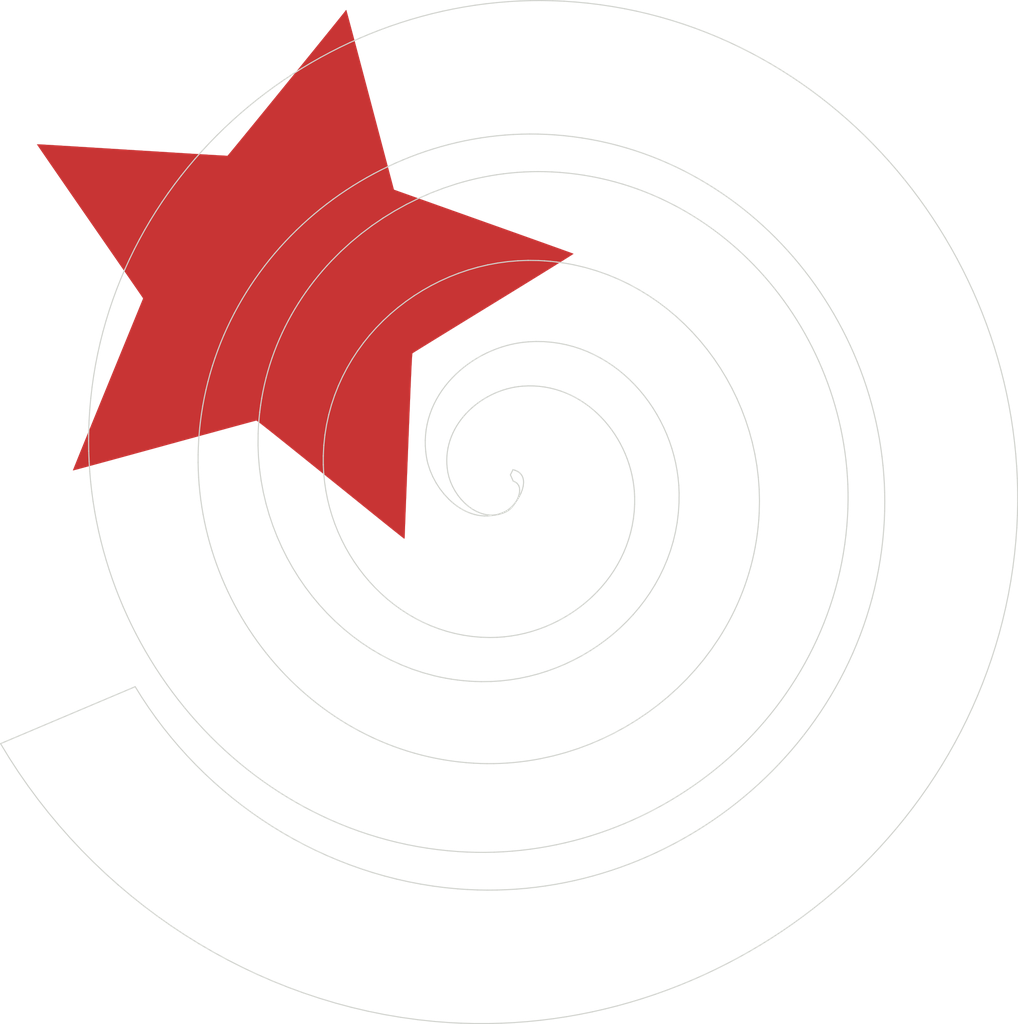
<source format=kicad_pcb>
(kicad_pcb (version 20221018) (generator pcbnew)
  (layers (0 "F.Cu" signal) (31 "B.Cu" signal) (34 "B.Paste" user) (35 "F.Paste" user) (36 "B.SilkS" user "B.Silkscreen") (37 "F.SilkS" user "F.Silkscreen") (38 "B.Mask" user) (39 "F.Mask" user) (44 "Edge.Cuts" user))
  (net 0 "")
  (footprint "LOGO" (layer "F.Cu") (at 0 0)
    (fp_text reference "G***" hide)
    (fp_text value "LOGO" hide)
    (fp_poly (pts (xy -9.893152 -47.454661) (xy -9.880097 -47.412159) (xy -9.84649 -47.291646) (xy -9.793361 -47.096986) (xy -9.721738 -46.832039) (xy -9.632649 -46.500667) (xy -9.527122 -46.106729) (xy -9.406185 -45.654089) (xy -9.270867 -45.146607) (xy -9.122196 -44.588144) (xy -8.9612 -43.982562) (xy -8.788908 -43.333722) (xy -8.606348 -42.645484) (xy -8.414547 -41.921711) (xy -8.214535 -41.166264) (xy -8.00734 -40.383003) (xy -7.79399 -39.57579) (xy -7.67544 -39.126966) (xy -5.482167 -30.821442) (xy -5.08 -30.677611) (xy -4.999964 -30.64907) (xy -4.84421 -30.593608) (xy -4.616797 -30.512671) (xy -4.321783 -30.4077) (xy -3.963225 -30.28014) (xy -3.545181 -30.131433) (xy -3.071709 -29.963022) (xy -2.546866 -29.77635) (xy -1.97471 -29.572861) (xy -1.3593 -29.353999) (xy -0.704691 -29.121205) (xy -0.014944 -28.875923) (xy 0.705885 -28.619597) (xy 1.453739 -28.35367) (xy 2.224559 -28.079584) (xy 3.014287 -27.798783) (xy 3.217333 -27.726588) (xy 4.005363 -27.446314) (xy 4.772177 -27.17342) (xy 5.513955 -26.909272) (xy 6.226879 -26.655238) (xy 6.90713 -26.412682) (xy 7.55089 -26.18297) (xy 8.154339 -25.967469) (xy 8.71366 -25.767544) (xy 9.225033 -25.584562) (xy 9.68464 -25.419888) (xy 10.088663 -25.274887) (xy 10.433281 -25.150927) (xy 10.714677 -25.049372) (xy 10.929033 -24.97159) (xy 11.072528 -24.918945) (xy 11.141346 -24.892803) (xy 11.147045 -24.890202) (xy 11.1149 -24.865582) (xy 11.013862 -24.798878) (xy 10.847282 -24.692165) (xy 10.618506 -24.547516) (xy 10.330882 -24.367006) (xy 9.987759 -24.152709) (xy 9.592483 -23.906699) (xy 9.148404 -23.631052) (xy 8.658869 -23.32784) (xy 8.127225 -22.999139) (xy 7.556821 -22.647022) (xy 6.951005 -22.273564) (xy 6.313124 -21.880839) (xy 5.646526 -21.470921) (xy 4.954559 -21.045885) (xy 4.240572 -20.607805) (xy 3.738712 -20.300161) (xy 3.010242 -19.853676) (xy 2.300686 -19.4186) (xy 1.613446 -18.997026) (xy 0.951923 -18.591047) (xy 0.319519 -18.202757) (xy -0.280365 -17.834249) (xy -0.844327 -17.487617) (xy -1.368965 -17.164953) (xy -1.850879 -16.868352) (xy -2.286665 -16.599905) (xy -2.672923 -16.361708) (xy -3.006251 -16.155852) (xy -3.283248 -15.984431) (xy -3.500511 -15.849539) (xy -3.65464 -15.753269) (xy -3.742232 -15.697713) (xy -3.761989 -15.684323) (xy -3.769647 -15.662862) (xy -3.777989 -15.610473) (xy -3.787155 -15.524147) (xy -3.797285 -15.400872) (xy -3.808517 -15.237638) (xy -3.820992 -15.031433) (xy -3.834848 -14.779248) (xy -3.850226 -14.478071) (xy -3.867264 -14.124891) (xy -3.886101 -13.716698) (xy -3.906878 -13.250481) (xy -3.929734 -12.723229) (xy -3.954808 -12.131932) (xy -3.982239 -11.473579) (xy -4.012168 -10.745158) (xy -4.044732 -9.94366) (xy -4.080073 -9.066073) (xy -4.118329 -8.109386) (xy -4.152369 -7.253749) (xy -4.185616 -6.415681) (xy -4.217963 -5.598817) (xy -4.249249 -4.807298) (xy -4.279313 -4.045265) (xy -4.307992 -3.316859) (xy -4.335127 -2.62622) (xy -4.360554 -1.977489) (xy -4.384113 -1.374806) (xy -4.405641 -0.822312) (xy -4.424978 -0.324147) (xy -4.441962 0.115547) (xy -4.456432 0.49263) (xy -4.468225 0.802962) (xy -4.47718 1.042402) (xy -4.483136 1.206809) (xy -4.485931 1.292043) (xy -4.486131 1.30175) (xy -4.493869 1.411668) (xy -4.511907 1.475316) (xy -4.520731 1.481667) (xy -4.558062 1.455714) (xy -4.656315 1.380471) (xy -4.810559 1.259866) (xy -5.015861 1.097823) (xy -5.267292 0.898268) (xy -5.559919 0.665127) (xy -5.888812 0.402327) (xy -6.249038 0.113791) (xy -6.635668 -0.196552) (xy -7.043769 -0.524779) (xy -7.272586 -0.709083) (xy -8.290427 -1.529291) (xy -9.244403 -2.297922) (xy -10.136528 -3.016584) (xy -10.968814 -3.686886) (xy -11.743276 -4.310434) (xy -12.461925 -4.888836) (xy -13.126777 -5.423699) (xy -13.739843 -5.916632) (xy -14.303137 -6.369242) (xy -14.818673 -6.783136) (xy -15.288463 -7.159923) (xy -15.714521 -7.501208) (xy -16.09886 -7.808602) (xy -16.443493 -8.08371) (xy -16.750435 -8.32814) (xy -17.021697 -8.543501) (xy -17.259293 -8.731399) (xy -17.465237 -8.893442) (xy -17.641541 -9.031238) (xy -17.79022 -9.146395) (xy -17.913286 -9.240519) (xy -18.012752 -9.31522) (xy -18.090632 -9.372103) (xy -18.14894 -9.412777) (xy -18.189687 -9.43885) (xy -18.214888 -9.451928) (xy -18.2245 -9.454204) (xy -18.273052 -9.442583) (xy -18.399393 -9.409585) (xy -18.599674 -9.356258) (xy -18.870041 -9.283652) (xy -19.206642 -9.192814) (xy -19.605626 -9.084793) (xy -20.06314 -8.960638) (xy -20.575333 -8.821396) (xy -21.138352 -8.668118) (xy -21.748345 -8.50185) (xy -22.401459 -8.323642) (xy -23.093844 -8.134541) (xy -23.821647 -7.935598) (xy -24.581016 -7.727859) (xy -25.368098 -7.512373) (xy -26.179042 -7.29019) (xy -26.748154 -7.134167) (xy -27.572212 -6.908303) (xy -28.374481 -6.688624) (xy -29.15115 -6.476165) (xy -29.898406 -6.271962) (xy -30.612438 -6.077049) (xy -31.289435 -5.892461) (xy -31.925584 -5.719234) (xy -32.517075 -5.558401) (xy -33.060096 -5.410999) (xy -33.550834 -5.278062) (xy -33.985479 -5.160625) (xy -34.360219 -5.059722) (xy -34.671241 -4.97639) (xy -34.914736 -4.911662) (xy -35.08689 -4.866574) (xy -35.183893 -4.84216) (xy -35.205042 -4.837931) (xy -35.190989 -4.878257) (xy -35.146263 -4.993209) (xy -35.072365 -5.179095) (xy -34.970797 -5.432227) (xy -34.843061 -5.748913) (xy -34.690658 -6.125464) (xy -34.51509 -6.55819) (xy -34.317859 -7.043401) (xy -34.100466 -7.577407) (xy -33.864414 -8.156517) (xy -33.611203 -8.777043) (xy -33.342336 -9.435294) (xy -33.059315 -10.12758) (xy -32.763641 -10.850211) (xy -32.456815 -11.599497) (xy -32.14034 -12.371748) (xy -31.961823 -12.807102) (xy -28.700701 -20.758371) (xy -28.809367 -20.922576) (xy -28.844017 -20.973378) (xy -28.924485 -21.090401) (xy -29.048419 -21.27024) (xy -29.213466 -21.509492) (xy -29.417273 -21.804749) (xy -29.657487 -22.152607) (xy -29.931755 -22.549661) (xy -30.237723 -22.992506) (xy -30.573039 -23.477736) (xy -30.93535 -24.001947) (xy -31.322302 -24.561732) (xy -31.731544 -25.153688) (xy -32.160721 -25.774408) (xy -32.607481 -26.420487) (xy -33.06947 -27.088521) (xy -33.544336 -27.775104) (xy -33.720683 -28.030057) (xy -34.198057 -28.720352) (xy -34.662436 -29.392145) (xy -35.111534 -30.042117) (xy -35.543066 -30.666951) (xy -35.954746 -31.263327) (xy -36.34429 -31.827929) (xy -36.709412 -32.357438) (xy -37.047827 -32.848536) (xy -37.357249 -33.297905) (xy -37.635393 -33.702227) (xy -37.879975 -34.058183) (xy -38.088707 -34.362456) (xy -38.259306 -34.611727) (xy -38.389486 -34.802679) (xy -38.476962 -34.931993) (xy -38.519448 -34.996351) (xy -38.523334 -35.003172) (xy -38.525702 -35.006555) (xy -38.530947 -35.009902) (xy -38.536282 -35.013047) (xy -38.538918 -35.015825) (xy -38.536069 -35.018071) (xy -38.524947 -35.01962) (xy -38.502764 -35.020307) (xy -38.466732 -35.019965) (xy -38.414064 -35.01843) (xy -38.341973 -35.015537) (xy -38.247669 -35.011121) (xy -38.128367 -35.005015) (xy -37.981277 -34.997055) (xy -37.803614 -34.987076) (xy -37.592588 -34.974913) (xy -37.345412 -34.960399) (xy -37.059299 -34.94337) (xy -36.731461 -34.923661) (xy -36.35911 -34.901106) (xy -35.939459 -34.87554) (xy -35.46972 -34.846798) (xy -34.947106 -34.814714) (xy -34.368828 -34.779124) (xy -33.732099 -34.739861) (xy -33.034132 -34.696762) (xy -32.272138 -34.64966) (xy -31.443331 -34.59839) (xy -30.544922 -34.542788) (xy -29.574124 -34.482687) (xy -28.52815 -34.417922) (xy -27.404211 -34.348329) (xy -26.199519 -34.273742) (xy -25.762659 -34.246696) (xy -25.130697 -34.207706) (xy -24.522028 -34.170411) (xy -23.942021 -34.135126) (xy -23.396046 -34.102167) (xy -22.889472 -34.071849) (xy -22.427668 -34.044487) (xy -22.016005 -34.020398) (xy -21.659851 -33.999897) (xy -21.364575 -33.983298) (xy -21.135547 -33.970919) (xy -20.978137 -33.963073) (xy -20.897713 -33.960077) (xy -20.888306 -33.960306) (xy -20.857437 -33.993697) (xy -20.776325 -34.089109) (xy -20.64803 -34.242783) (xy -20.475611 -34.450956) (xy -20.262127 -34.709871) (xy -20.010639 -35.015764) (xy -19.724206 -35.364877) (xy -19.405887 -35.753449) (xy -19.058741 -36.177719) (xy -18.68583 -36.633927) (xy -18.290211 -37.118312) (xy -17.874945 -37.627114) (xy -17.443092 -38.156573) (xy -16.99771 -38.702927) (xy -16.541859 -39.262417) (xy -16.0786 -39.831282) (xy -15.610991 -40.405761) (xy -15.142092 -40.982095) (xy -14.674962 -41.556522) (xy -14.212662 -42.125282) (xy -13.758251 -42.684615) (xy -13.314788 -43.23076) (xy -12.885332 -43.759957) (xy -12.472945 -44.268445) (xy -12.080684 -44.752463) (xy -11.71161 -45.208252) (xy -11.368782 -45.632051) (xy -11.05526 -46.020099) (xy -10.774103 -46.368636) (xy -10.528371 -46.673902) (xy -10.321123 -46.932135) (xy -10.15542 -47.139576) (xy -10.03432 -47.292464) (xy -9.960883 -47.387039) (xy -9.938125 -47.419012) (xy -9.906803 -47.458317) (xy -9.893152 -47.454661)) (stroke (width 0.01)) (fill solid) (layer "F.Cu"))
  )
  (gr_line (start -5.33606 -33.28062) (end -6.01194 -32.969823) (stroke (width 0.1)) (layer "Edge.Cuts"))
  (gr_line (start -32.421193 -17.690029) (end -32.141403 -18.685664) (stroke (width 0.1)) (layer "Edge.Cuts"))
  (gr_line (start -4.88889 20.919318) (end -4.24064 21.131183) (stroke (width 0.1)) (layer "Edge.Cuts"))
  (gr_line (start -5.43846 7.593909) (end -4.80801 8.048516) (stroke (width 0.1)) (layer "Edge.Cuts"))
  (gr_line (start 15.73483 -31.325781) (end 16.42996 -31.104234) (stroke (width 0.1)) (layer "Edge.Cuts"))
  (gr_line (start 16.55063 -4.452007) (end 16.42699 -4.951432) (stroke (width 0.1)) (layer "Edge.Cuts"))
  (gr_line (start 8.70968 13.731718) (end 7.86982 13.993635) (stroke (width 0.1)) (layer "Edge.Cuts"))
  (gr_line (start 4.06372 10.608571) (end 4.72022 10.561158) (stroke (width 0.1)) (layer "Edge.Cuts"))
  (gr_line (start 34.95112 16.042573) (end 35.3985 15.276234) (stroke (width 0.1)) (layer "Edge.Cuts"))
  (gr_line (start 15.03167 -31.529171) (end 15.73483 -31.325781) (stroke (width 0.1)) (layer "Edge.Cuts"))
  (gr_line (start 20.02925 -7.537382) (end 20.25092 -6.879448) (stroke (width 0.1)) (layer "Edge.Cuts"))
  (gr_line (start 46.12373 -25.398872) (end 46.65769 -24.432125) (stroke (width 0.1)) (layer "Edge.Cuts"))
  (gr_line (start 35.3985 15.276234) (end 35.8273 14.497872) (stroke (width 0.1)) (layer "Edge.Cuts"))
  (gr_line (start 39.01541 6.109197) (end 39.21645 5.215442) (stroke (width 0.1)) (layer "Edge.Cuts"))
  (gr_line (start 23.48763 -31.387327) (end 22.78707 -31.799968) (stroke (width 0.1)) (layer "Edge.Cuts"))
  (gr_line (start -8.53232 32.027465) (end -7.44845 32.376702) (stroke (width 0.1)) (layer "Edge.Cuts"))
  (gr_line (start 5.99811 -2.296997) (end 6.08591 -2.538715) (stroke (width 0.1)) (layer "Edge.Cuts"))
  (gr_line (start 33.96278 -21.373283) (end 33.49881 -22.041367) (stroke (width 0.1)) (layer "Edge.Cuts"))
  (gr_line (start 49.84857 12.595859) (end 49.44662 13.750091) (stroke (width 0.1)) (layer "Edge.Cuts"))
  (gr_line (start 14.64508 32.176198) (end 15.4853 31.889234) (stroke (width 0.1)) (layer "Edge.Cuts"))
  (gr_line (start 18.49789 -10.623447) (end 18.85804 -10.037739) (stroke (width 0.1)) (layer "Edge.Cuts"))
  (gr_line (start 23.19898 12.666543) (end 23.92209 11.707309) (stroke (width 0.1)) (layer "Edge.Cuts"))
  (gr_line (start 49.44662 13.750091) (end 49.01629 14.890196) (stroke (width 0.1)) (layer "Edge.Cuts"))
  (gr_line (start 28.43373 39.087326) (end 27.40472 39.693445) (stroke (width 0.1)) (layer "Edge.Cuts"))
  (gr_line (start -3.1941 -30.01845) (end -2.04453 -30.520993) (stroke (width 0.1)) (layer "Edge.Cuts"))
  (gr_line (start 5.27842 14.539743) (end 4.39588 14.63867) (stroke (width 0.1)) (layer "Edge.Cuts"))
  (gr_line (start -3.26357 -34.117371) (end -3.96158 -33.854608) (stroke (width 0.1)) (layer "Edge.Cuts"))
  (gr_line (start 1.80869 -14.974994) (end 2.23377 -15.239744) (stroke (width 0.1)) (layer "Edge.Cuts"))
  (gr_line (start 16.31756 31.58259) (end 17.1415 31.256522) (stroke (width 0.1)) (layer "Edge.Cuts"))
  (gr_line (start 0.49466 22.130993) (end 1.19706 22.201478) (stroke (width 0.1)) (layer "Edge.Cuts"))
  (gr_line (start -17.921382 -4.950971) (end -18.019252 -6.038956) (stroke (width 0.1)) (layer "Edge.Cuts"))
  (gr_line (start 32.44789 19.685002) (end 32.98287 18.982602) (stroke (width 0.1)) (layer "Edge.Cuts"))
  (gr_line (start -13.696971 5.943565) (end -14.298041 5.068323) (stroke (width 0.1)) (layer "Edge.Cuts"))
  (gr_line (start 12.57858 -10.769148) (end 12.17523 -11.062415) (stroke (width 0.1)) (layer "Edge.Cuts"))
  (gr_line (start -8.47053 11.115016) (end -9.31815 10.491514) (stroke (width 0.1)) (layer "Edge.Cuts"))
  (gr_line (start 29.29012 -22.248829) (end 29.74567 -21.693172) (stroke (width 0.1)) (layer "Edge.Cuts"))
  (gr_line (start -12.887653 -22.354483) (end -12.498361 -22.840015) (stroke (width 0.1)) (layer "Edge.Cuts"))
  (gr_line (start -0.43095 -13.018802) (end -0.10003 -13.385684) (stroke (width 0.1)) (layer "Edge.Cuts"))
  (gr_line (start 12.65937 11.86658) (end 11.9079 12.310456) (stroke (width 0.1)) (layer "Edge.Cuts"))
  (gr_line (start 52.24749 -0.677133) (end 52.19313 0.474313) (stroke (width 0.1)) (layer "Edge.Cuts"))
  (gr_line (start -15.266342 42.99831) (end -16.695712 42.425871) (stroke (width 0.1)) (layer "Edge.Cuts"))
  (gr_line (start 12.25308 -23.614456) (end 11.19471 -23.863785) (stroke (width 0.1)) (layer "Edge.Cuts"))
  (gr_line (start 6.03209 -12.597049) (end 5.66763 -12.540319) (stroke (width 0.1)) (layer "Edge.Cuts"))
  (gr_line (start -23.448482 -2.804759) (end -23.365232 -2.118636) (stroke (width 0.1)) (layer "Edge.Cuts"))
  (gr_line (start -16.556032 -15.833056) (end -16.326882 -16.42168) (stroke (width 0.1)) (layer "Edge.Cuts"))
  (gr_line (start 14.30091 -22.953299) (end 13.28888 -23.310368) (stroke (width 0.1)) (layer "Edge.Cuts"))
  (gr_line (start 0.39225 14.554117) (end -0.15054 14.478071) (stroke (width 0.1)) (layer "Edge.Cuts"))
  (gr_line (start -22.333562 2.563793) (end -22.124352 3.2122) (stroke (width 0.1)) (layer "Edge.Cuts"))
  (gr_line (start -0.58815 -5.827361) (end -0.5807 -5.44624) (stroke (width 0.1)) (layer "Edge.Cuts"))
  (gr_line (start -1.30281 -11.830622) (end -1.03342 -12.240684) (stroke (width 0.1)) (layer "Edge.Cuts"))
  (gr_line (start 31.49404 -24.596524) (end 30.9568 -25.204371) (stroke (width 0.1)) (layer "Edge.Cuts"))
  (gr_line (start 43.77241 -29.127125) (end 44.39194 -28.216771) (stroke (width 0.1)) (layer "Edge.Cuts"))
  (gr_line (start 1.39169 -23.389548) (end 0.51098 -23.090129) (stroke (width 0.1)) (layer "Edge.Cuts"))
  (gr_line (start 9.23111 -48.307165) (end 10.27362 -48.262268) (stroke (width 0.1)) (layer "Edge.Cuts"))
  (gr_line (start 13.62115 -47.939664) (end 14.75705 -47.768955) (stroke (width 0.1)) (layer "Edge.Cuts"))
  (gr_line (start 33.32932 11.551639) (end 32.95906 12.283119) (stroke (width 0.1)) (layer "Edge.Cuts"))
  (gr_line (start 16.98687 18.26824) (end 17.98374 17.596865) (stroke (width 0.1)) (layer "Edge.Cuts"))
  (gr_line (start 30.74562 21.709856) (end 31.32891 21.048884) (stroke (width 0.1)) (layer "Edge.Cuts"))
  (gr_line (start 4.0257 -32.202445) (end 4.65598 -32.290232) (stroke (width 0.1)) (layer "Edge.Cuts"))
  (gr_line (start 6.12212 -48.283297) (end 7.15495 -48.317394) (stroke (width 0.1)) (layer "Edge.Cuts"))
  (gr_line (start -23.611843 -6.281963) (end -23.613522 -5.581227) (stroke (width 0.1)) (layer "Edge.Cuts"))
  (gr_line (start 13.60212 -31.88027) (end 14.3207 -31.714101) (stroke (width 0.1)) (layer "Edge.Cuts"))
  (gr_line (start 1.54159 -31.701701) (end 2.15654 -31.848977) (stroke (width 0.1)) (layer "Edge.Cuts"))
  (gr_line (start -2.04453 -30.520993) (end -0.87065 -30.96998) (stroke (width 0.1)) (layer "Edge.Cuts"))
  (gr_line (start -1.87803 33.624974) (end -0.73859 33.771577) (stroke (width 0.1)) (layer "Edge.Cuts"))
  (gr_line (start 22.29251 -28.343165) (end 22.89649 -27.956688) (stroke (width 0.1)) (layer "Edge.Cuts"))
  (gr_line (start 6.08591 -2.538715) (end 6.14253 -2.77797) (stroke (width 0.1)) (layer "Edge.Cuts"))
  (gr_line (start -2.46332 -6.045351) (end -2.53627 -6.575563) (stroke (width 0.1)) (layer "Edge.Cuts"))
  (gr_line (start 39.9686 -1.934922) (end 39.95814 -2.780504) (stroke (width 0.1)) (layer "Edge.Cuts"))
  (gr_line (start -33.706893 -9.476923) (end -33.647773 -10.430352) (stroke (width 0.1)) (layer "Edge.Cuts"))
  (gr_line (start -33.283033 -13.600984) (end -33.106983 -14.63865) (stroke (width 0.1)) (layer "Edge.Cuts"))
  (gr_line (start 4.03945 -35.805668) (end 3.28722 -35.716895) (stroke (width 0.1)) (layer "Edge.Cuts"))
  (gr_line (start 45.56791 -26.352195) (end 46.12373 -25.398872) (stroke (width 0.1)) (layer "Edge.Cuts"))
  (gr_line (start -1.77261 -10.971401) (end -1.54957 -11.407331) (stroke (width 0.1)) (layer "Edge.Cuts"))
  (gr_line (start -22.046182 -15.247827) (end -22.282543 -14.526898) (stroke (width 0.1)) (layer "Edge.Cuts"))
  (gr_line (start -21.305722 24.752164) (end -20.428043 25.479269) (stroke (width 0.1)) (layer "Edge.Cuts"))
  (gr_line (start 2.53054 22.282004) (end 3.15408 22.295003) (stroke (width 0.1)) (layer "Edge.Cuts"))
  (gr_line (start 18.0642 26.829062) (end 17.33106 27.187585) (stroke (width 0.1)) (layer "Edge.Cuts"))
  (gr_line (start -17.025663 -0.718559) (end -17.322882 -1.75504) (stroke (width 0.1)) (layer "Edge.Cuts"))
  (gr_line (start -17.319402 -13.405742) (end -17.152082 -14.023147) (stroke (width 0.1)) (layer "Edge.Cuts"))
  (gr_line (start 11.70765 45.502189) (end 10.51352 45.71226) (stroke (width 0.1)) (layer "Edge.Cuts"))
  (gr_line (start 3.57642 -15.91726) (end 4.04288 -16.102238) (stroke (width 0.1)) (layer "Edge.Cuts"))
  (gr_line (start -7.59236 11.695165) (end -8.47053 11.115016) (stroke (width 0.1)) (layer "Edge.Cuts"))
  (gr_line (start -20.428043 25.479269) (end -19.530342 26.180279) (stroke (width 0.1)) (layer "Edge.Cuts"))
  (gr_line (start -4.13363 33.227229) (end -3.00994 33.443359) (stroke (width 0.1)) (layer "Edge.Cuts"))
  (gr_line (start -0.20164 22.041868) (end 0.49466 22.130993) (stroke (width 0.1)) (layer "Edge.Cuts"))
  (gr_line (start -27.509412 -28.834343) (end -26.957663 -29.67651) (stroke (width 0.1)) (layer "Edge.Cuts"))
  (gr_line (start 1.39663 -14.69176) (end 1.80869 -14.974994) (stroke (width 0.1)) (layer "Edge.Cuts"))
  (gr_line (start 52.19313 0.474313) (end 52.10947 1.628396) (stroke (width 0.1)) (layer "Edge.Cuts"))
  (gr_line (start 48.55807 16.015837) (end 48.07244 17.126666) (stroke (width 0.1)) (layer "Edge.Cuts"))
  (gr_line (start 10.65564 -32.351272) (end 11.40268 -32.263177) (stroke (width 0.1)) (layer "Edge.Cuts"))
  (gr_line (start 4.07031 33.991713) (end 4.97845 33.960834) (stroke (width 0.1)) (layer "Edge.Cuts"))
  (gr_line (start 29.53321 22.988584) (end 30.14694 22.356508) (stroke (width 0.1)) (layer "Edge.Cuts"))
  (gr_line (start 3.1187 -15.711462) (end 3.57642 -15.91726) (stroke (width 0.1)) (layer "Edge.Cuts"))
  (gr_line (start 3.56445 -11.847566) (end 3.23519 -11.677476) (stroke (width 0.1)) (layer "Edge.Cuts"))
  (gr_line (start 0.59542 -1.382546) (end 0.33608 -1.558494) (stroke (width 0.1)) (layer "Edge.Cuts"))
  (gr_line (start -7.11718 -18.044605) (end -7.72796 -17.357927) (stroke (width 0.1)) (layer "Edge.Cuts"))
  (gr_line (start 21.39739 -18.402594) (end 20.61872 -19.11956) (stroke (width 0.1)) (layer "Edge.Cuts"))
  (gr_line (start 9.24524 21.585454) (end 10.41917 21.269306) (stroke (width 0.1)) (layer "Edge.Cuts"))
  (gr_line (start 0.99866 -14.390627) (end 1.39663 -14.69176) (stroke (width 0.1)) (layer "Edge.Cuts"))
  (gr_line (start -0.15828 -1.954076) (end -0.39235 -2.171796) (stroke (width 0.1)) (layer "Edge.Cuts"))
  (gr_line (start 36.50542 -4.306608) (end 36.54463 -3.562957) (stroke (width 0.1)) (layer "Edge.Cuts"))
  (gr_line (start 36.62774 12.906102) (end 36.99867 12.093204) (stroke (width 0.1)) (layer "Edge.Cuts"))
  (gr_line (start 1.32713 33.945329) (end 2.24429 33.984215) (stroke (width 0.1)) (layer "Edge.Cuts"))
  (gr_line (start -16.695712 42.425871) (end -18.106982 41.811572) (stroke (width 0.1)) (layer "Edge.Cuts"))
  (gr_line (start 35.60983 5.33746) (end 35.39417 6.147318) (stroke (width 0.1)) (layer "Edge.Cuts"))
  (gr_line (start 38.27887 8.734162) (end 38.54627 7.868814) (stroke (width 0.1)) (layer "Edge.Cuts"))
  (gr_line (start 7.46043 -12.658263) (end 6.93336 -12.663041) (stroke (width 0.1)) (layer "Edge.Cuts"))
  (gr_line (start 16.78006 -2.921194) (end 16.72774 -3.435925) (stroke (width 0.1)) (layer "Edge.Cuts"))
  (gr_line (start 3.83361 -0.703176) (end 3.51888 -0.65223) (stroke (width 0.1)) (layer "Edge.Cuts"))
  (gr_line (start -23.185603 -10.801623) (end -23.308372 -10.033932) (stroke (width 0.1)) (layer "Edge.Cuts"))
  (gr_line (start 28.2574 -4.203854) (end 28.12322 -5.289172) (stroke (width 0.1)) (layer "Edge.Cuts"))
  (gr_line (start -14.093582 15.482249) (end -13.590313 15.923934) (stroke (width 0.1)) (layer "Edge.Cuts"))
  (gr_line (start -18.748742 -21.952146) (end -19.150392 -21.326232) (stroke (width 0.1)) (layer "Edge.Cuts"))
  (gr_line (start 11.21167 33.122136) (end 12.0802 32.916449) (stroke (width 0.1)) (layer "Edge.Cuts"))
  (gr_line (start -15.753123 28.713461) (end -14.765692 29.276569) (stroke (width 0.1)) (layer "Edge.Cuts"))
  (gr_line (start 27.70196 -7.421669) (end 27.41729 -8.465294) (stroke (width 0.1)) (layer "Edge.Cuts"))
  (gr_line (start 5.47417 30.393825) (end 4.64163 30.452395) (stroke (width 0.1)) (layer "Edge.Cuts"))
  (gr_line (start 7.15495 -48.317394) (end 8.19141 -48.325446) (stroke (width 0.1)) (layer "Edge.Cuts"))
  (gr_line (start 39.48417 30.064783) (end 38.66542 30.932495) (stroke (width 0.1)) (layer "Edge.Cuts"))
  (gr_line (start 22.89649 -27.956688) (end 23.49025 -27.555382) (stroke (width 0.1)) (layer "Edge.Cuts"))
  (gr_line (start 9.79405 -16.608116) (end 10.46992 -16.473126) (stroke (width 0.1)) (layer "Edge.Cuts"))
  (gr_line (start 31.42962 37.128285) (end 30.44666 37.804404) (stroke (width 0.1)) (layer "Edge.Cuts"))
  (gr_line (start 16.64438 8.533918) (end 16.05035 9.164214) (stroke (width 0.1)) (layer "Edge.Cuts"))
  (gr_line (start -16.996362 -24.346923) (end -17.455732 -23.764989) (stroke (width 0.1)) (layer "Edge.Cuts"))
  (gr_line (start 50.72706 -14.125216) (end 51.00014 -13.040469) (stroke (width 0.1)) (layer "Edge.Cuts"))
  (gr_line (start 4.43104 -0.826252) (end 4.66556 -0.905778) (stroke (width 0.1)) (layer "Edge.Cuts"))
  (gr_line (start 27.00608 5.831617) (end 27.20458 5.251931) (stroke (width 0.1)) (layer "Edge.Cuts"))
  (gr_line (start 31.26764 -41.316965) (end 32.17974 -40.704099) (stroke (width 0.1)) (layer "Edge.Cuts"))
  (gr_line (start 18.96249 -20.435409) (end 18.08731 -21.030738) (stroke (width 0.1)) (layer "Edge.Cuts"))
  (gr_line (start -23.555592 -7.689441) (end -23.592593 -6.984792) (stroke (width 0.1)) (layer "Edge.Cuts"))
  (gr_line (start 5.05128 -24.161958) (end 4.11897 -24.034736) (stroke (width 0.1)) (layer "Edge.Cuts"))
  (gr_line (start 21.33726 -46.138725) (end 22.39187 -45.77022) (stroke (width 0.1)) (layer "Edge.Cuts"))
  (gr_line (start -11.379883 -43.540621) (end -10.482533 -43.994801) (stroke (width 0.1)) (layer "Edge.Cuts"))
  (gr_line (start -0.24144 -3.789313) (end -0.05226 -3.358161) (stroke (width 0.1)) (layer "Edge.Cuts"))
  (gr_line (start -15.857183 2.278535) (end -16.291642 1.300077) (stroke (width 0.1)) (layer "Edge.Cuts"))
  (gr_line (start 15.21466 3.892391) (end 15.51958 3.328804) (stroke (width 0.1)) (layer "Edge.Cuts"))
  (gr_line (start -11.901183 -3.752242) (end -11.783243 -2.957129) (stroke (width 0.1)) (layer "Edge.Cuts"))
  (gr_line (start -23.365232 -2.118636) (end -23.265562 -1.436265) (stroke (width 0.1)) (layer "Edge.Cuts"))
  (gr_line (start -4.80801 8.048516) (end -4.15531 8.470891) (stroke (width 0.1)) (layer "Edge.Cuts"))
  (gr_line (start -7.4037 19.9103) (end -6.78711 20.186237) (stroke (width 0.1)) (layer "Edge.Cuts"))
  (gr_line (start -11.628141 -2.171198) (end -11.436752 -1.395802) (stroke (width 0.1)) (layer "Edge.Cuts"))
  (gr_line (start 39.68116 2.481442) (end 39.78875 1.553384) (stroke (width 0.1)) (layer "Edge.Cuts"))
  (gr_line (start 0.74371 46.315341) (end -0.49738 46.250939) (stroke (width 0.1)) (layer "Edge.Cuts"))
  (gr_line (start 11.13174 -16.300162) (end 11.77877 -16.09053) (stroke (width 0.1)) (layer "Edge.Cuts"))
  (gr_line (start -31.239842 6.082765) (end -31.554953 5.218432) (stroke (width 0.1)) (layer "Edge.Cuts"))
  (gr_line (start -1.88623 -4.265513) (end -2.13679 -4.851599) (stroke (width 0.1)) (layer "Edge.Cuts"))
  (gr_line (start -18.064362 -7.135199) (end -18.055542 -8.237853) (stroke (width 0.1)) (layer "Edge.Cuts"))
  (gr_line (start 21.67851 -28.71451) (end 22.29251 -28.343165) (stroke (width 0.1)) (layer "Edge.Cuts"))
  (gr_line (start 20.85568 -0.91212) (end 20.74468 -0.0135) (stroke (width 0.1)) (layer "Edge.Cuts"))
  (gr_line (start -13.763922 26.314886) (end -14.559643 25.872627) (stroke (width 0.1)) (layer "Edge.Cuts"))
  (gr_line (start -9.57418 -44.428066) (end -8.65524 -44.840132) (stroke (width 0.1)) (layer "Edge.Cuts"))
  (gr_line (start 24.91801 10.202092) (end 25.22533 9.683345) (stroke (width 0.1)) (layer "Edge.Cuts"))
  (gr_line (start -9.20236 18.991616) (end -8.61152 19.312712) (stroke (width 0.1)) (layer "Edge.Cuts"))
  (gr_line (start 26.81828 -29.075795) (end 26.17588 -29.570112) (stroke (width 0.1)) (layer "Edge.Cuts"))
  (gr_line (start 5.88673 -3.67406) (end 5.79512 -3.741394) (stroke (width 0.1)) (layer "Edge.Cuts"))
  (gr_line (start 22.14149 -17.648635) (end 21.39739 -18.402594) (stroke (width 0.1)) (layer "Edge.Cuts"))
  (gr_line (start -18.019252 -6.038956) (end -18.064362 -7.135199) (stroke (width 0.1)) (layer "Edge.Cuts"))
  (gr_line (start 17.11689 -30.864832) (end 17.7954 -30.607879) (stroke (width 0.1)) (layer "Edge.Cuts"))
  (gr_line (start -3.48122 8.859675) (end -2.78663 9.213513) (stroke (width 0.1)) (layer "Edge.Cuts"))
  (gr_line (start 6.89018 46.166291) (end 5.67036 46.25777) (stroke (width 0.1)) (layer "Edge.Cuts"))
  (gr_line (start 3.73508 -0.706052) (end 3.96543 -0.727094) (stroke (width 0.1)) (layer "Edge.Cuts"))
  (gr_line (start 36.04304 -7.97337) (end 36.17036 -7.247893) (stroke (width 0.1)) (layer "Edge.Cuts"))
  (gr_line (start 26.25134 25.921408) (end 26.93496 25.366035) (stroke (width 0.1)) (layer "Edge.Cuts"))
  (gr_line (start -2.55292 -8.123069) (end -2.49464 -8.622578) (stroke (width 0.1)) (layer "Edge.Cuts"))
  (gr_line (start -23.592593 -6.984792) (end -23.611843 -6.281963) (stroke (width 0.1)) (layer "Edge.Cuts"))
  (gr_line (start -2.07242 9.531048) (end -1.33945 9.810924) (stroke (width 0.1)) (layer "Edge.Cuts"))
  (gr_line (start 38.54627 7.868814) (end 38.7919 6.993741) (stroke (width 0.1)) (layer "Edge.Cuts"))
  (gr_line (start -17.306682 12.069299) (end -16.882202 12.58934) (stroke (width 0.1)) (layer "Edge.Cuts"))
  (gr_line (start -23.241372 -34.412051) (end -22.558183 -35.145734) (stroke (width 0.1)) (layer "Edge.Cuts"))
  (gr_line (start -9.35104 -15.128492) (end -9.81713 -14.332366) (stroke (width 0.1)) (layer "Edge.Cuts"))
  (gr_line (start 2.8385 -0.795698) (end 3.05819 -0.748621) (stroke (width 0.1)) (layer "Edge.Cuts"))
  (gr_line (start 8.05391 21.845354) (end 9.24524 21.585454) (stroke (width 0.1)) (layer "Edge.Cuts"))
  (gr_line (start 0.73399 -9.549596) (end 0.52184 -9.254872) (stroke (width 0.1)) (layer "Edge.Cuts"))
  (gr_line (start -11.871333 -8.12513) (end -11.973542 -7.160308) (stroke (width 0.1)) (layer "Edge.Cuts"))
  (gr_line (start -23.493672 -8.477629) (end -23.555592 -7.689441) (stroke (width 0.1)) (layer "Edge.Cuts"))
  (gr_line (start 2.03541 -47.892144) (end 3.04958 -48.027576) (stroke (width 0.1)) (layer "Edge.Cuts"))
  (gr_line (start -28.633112 35.471642) (end -29.839362 34.511151) (stroke (width 0.1)) (layer "Edge.Cuts"))
  (gr_line (start 1.70244 -0.846731) (end 1.41619 -0.953575) (stroke (width 0.1)) (layer "Edge.Cuts"))
  (gr_line (start -7.99053 -31.944775) (end -8.63271 -31.57292) (stroke (width 0.1)) (layer "Edge.Cuts"))
  (gr_line (start -0.15054 14.478071) (end -0.68817 14.387263) (stroke (width 0.1)) (layer "Edge.Cuts"))
  (gr_line (start -4.36658 -20.481097) (end -5.09724 -19.920599) (stroke (width 0.1)) (layer "Edge.Cuts"))
  (gr_line (start -3.79764 13.545327) (end -4.78629 13.157046) (stroke (width 0.1)) (layer "Edge.Cuts"))
  (gr_line (start 18.85804 -10.037739) (end 19.19201 -9.434968) (stroke (width 0.1)) (layer "Edge.Cuts"))
  (gr_line (start 15.30756 -14.135955) (end 15.82972 -13.706259) (stroke (width 0.1)) (layer "Edge.Cuts"))
  (gr_line (start -25.184013 -32.114019) (end -24.554702 -32.895906) (stroke (width 0.1)) (layer "Edge.Cuts"))
  (gr_line (start -4.24064 21.131183) (end -3.58495 21.326342) (stroke (width 0.1)) (layer "Edge.Cuts"))
  (gr_line (start 3.28722 -35.716895) (end 2.53907 -35.609762) (stroke (width 0.1)) (layer "Edge.Cuts"))
  (gr_line (start 8.49499 -32.48937) (end 9.14191 -32.466334) (stroke (width 0.1)) (layer "Edge.Cuts"))
  (gr_line (start 11.13564 12.719875) (end 10.34415 13.093871) (stroke (width 0.1)) (layer "Edge.Cuts"))
  (gr_line (start 16.33102 -13.250355) (end 16.81068 -12.769549) (stroke (width 0.1)) (layer "Edge.Cuts"))
  (gr_line (start -23.308372 -10.033932) (end -23.411162 -9.259198) (stroke (width 0.1)) (layer "Edge.Cuts"))
  (gr_line (start -22.700412 -13.060276) (end -22.881322 -12.315008) (stroke (width 0.1)) (layer "Edge.Cuts"))
  (gr_line (start -15.264921 -18.698115) (end -14.964413 -19.246837) (stroke (width 0.1)) (layer "Edge.Cuts"))
  (gr_line (start -6.09 29.354965) (end -6.98515 29.105261) (stroke (width 0.1)) (layer "Edge.Cuts"))
  (gr_line (start 12.8335 6.88473) (end 13.29031 6.435965) (stroke (width 0.1)) (layer "Edge.Cuts"))
  (gr_line (start 17.18237 -21.581968) (end 16.24885 -22.087322) (stroke (width 0.1)) (layer "Edge.Cuts"))
  (gr_line (start 38.10021 -35.824212) (end 38.87595 -35.048218) (stroke (width 0.1)) (layer "Edge.Cuts"))
  (gr_line (start 34.92869 -12.220255) (end 35.15514 -11.526571) (stroke (width 0.1)) (layer "Edge.Cuts"))
  (gr_line (start -22.869992 0.585599) (end -22.706582 1.250216) (stroke (width 0.1)) (layer "Edge.Cuts"))
  (gr_line (start 14.76528 -14.538132) (end 15.30756 -14.135955) (stroke (width 0.1)) (layer "Edge.Cuts"))
  (gr_line (start 6.01615 10.371547) (end 6.65329 10.230802) (stroke (width 0.1)) (layer "Edge.Cuts"))
  (gr_line (start -22.706582 1.250216) (end -22.527703 1.909706) (stroke (width 0.1)) (layer "Edge.Cuts"))
  (gr_line (start -18.348302 23.376114) (end -19.066263 22.822394) (stroke (width 0.1)) (layer "Edge.Cuts"))
  (gr_line (start 51.00014 -13.040469) (end 51.24764 -11.947692) (stroke (width 0.1)) (layer "Edge.Cuts"))
  (gr_line (start -23.149672 -0.757918) (end -23.017752 -0.083871) (stroke (width 0.1)) (layer "Edge.Cuts"))
  (gr_line (start -14.586183 15.028539) (end -14.093582 15.482249) (stroke (width 0.1)) (layer "Edge.Cuts"))
  (gr_line (start 24.0736 -27.139549) (end 24.64633 -26.709493) (stroke (width 0.1)) (layer "Edge.Cuts"))
  (gr_line (start -18.055542 -8.237853) (end -18.024562 -8.904442) (stroke (width 0.1)) (layer "Edge.Cuts"))
  (gr_line (start -29.953793 -24.413854) (end -29.508203 -25.324955) (stroke (width 0.1)) (layer "Edge.Cuts"))
  (gr_line (start 52.26953 -2.970319) (end 52.27286 -1.825493) (stroke (width 0.1)) (layer "Edge.Cuts"))
  (gr_line (start -3.60982 -21.007436) (end -4.36658 -20.481097) (stroke (width 0.1)) (layer "Edge.Cuts"))
  (gr_line (start 27.60532 24.794813) (end 28.26204 24.207993) (stroke (width 0.1)) (layer "Edge.Cuts"))
  (gr_line (start 11.75778 -11.334258) (end 11.3268 -11.583716) (stroke (width 0.1)) (layer "Edge.Cuts"))
  (gr_line (start 37.82649 31.780284) (end 36.96787 32.607805) (stroke (width 0.1)) (layer "Edge.Cuts"))
  (gr_line (start 6.26145 -4.513581) (end 6.34677 -4.400053) (stroke (width 0.1)) (layer "Edge.Cuts"))
  (gr_line (start 2.15654 -31.848977) (end 2.77572 -31.981643) (stroke (width 0.1)) (layer "Edge.Cuts"))
  (gr_line (start 19.48858 4.204676) (end 19.10804 4.986554) (stroke (width 0.1)) (layer "Edge.Cuts"))
  (gr_line (start 6.34677 -4.400053) (end 6.41437 -4.277337) (stroke (width 0.1)) (layer "Edge.Cuts"))
  (gr_line (start -12.018272 17.174119) (end -11.474162 17.564967) (stroke (width 0.1)) (layer "Edge.Cuts"))
  (gr_line (start 11.97335 29.207676) (end 11.17975 29.423568) (stroke (width 0.1)) (layer "Edge.Cuts"))
  (gr_line (start 25.55479 26.460672) (end 26.25134 25.921408) (stroke (width 0.1)) (layer "Edge.Cuts"))
  (gr_line (start 17.7954 -30.607879) (end 18.46529 -30.333676) (stroke (width 0.1)) (layer "Edge.Cuts"))
  (gr_line (start 3.80574 30.490271) (end 2.96683 30.507214) (stroke (width 0.1)) (layer "Edge.Cuts"))
  (gr_line (start 17.58991 -34.184902) (end 16.80836 -34.449712) (stroke (width 0.1)) (layer "Edge.Cuts"))
  (gr_line (start -18.507232 10.449734) (end -18.119382 10.999221) (stroke (width 0.1)) (layer "Edge.Cuts"))
  (gr_line (start -9.31815 10.491514) (end -10.134063 9.826508) (stroke (width 0.1)) (layer "Edge.Cuts"))
  (gr_line (start 51.63729 5.39293) (end 51.41575 6.624756) (stroke (width 0.1)) (layer "Edge.Cuts"))
  (gr_line (start 11.57373 20.898286) (end 12.70694 20.47377) (stroke (width 0.1)) (layer "Edge.Cuts"))
  (gr_line (start -2.78429 13.88102) (end -3.79764 13.545327) (stroke (width 0.1)) (layer "Edge.Cuts"))
  (gr_line (start 0.96139 -9.833833) (end 0.73399 -9.549596) (stroke (width 0.1)) (layer "Edge.Cuts"))
  (gr_line (start -5.74907 12.718028) (end -6.68482 12.230121) (stroke (width 0.1)) (layer "Edge.Cuts"))
  (gr_line (start 38.66542 30.932495) (end 37.82649 31.780284) (stroke (width 0.1)) (layer "Edge.Cuts"))
  (gr_line (start 34.42855 -13.588249) (end 34.68643 -12.907582) (stroke (width 0.1)) (layer "Edge.Cuts"))
  (gr_line (start -33.432113 -12.553522) (end -33.283033 -13.600984) (stroke (width 0.1)) (layer "Edge.Cuts"))
  (gr_line (start -28.496242 11.870642) (end -28.944033 11.07455) (stroke (width 0.1)) (layer "Edge.Cuts"))
  (gr_line (start -23.411162 -9.259198) (end -23.493672 -8.477629) (stroke (width 0.1)) (layer "Edge.Cuts"))
  (gr_line (start 2.29101 -0.693008) (end 1.9942 -0.759556) (stroke (width 0.1)) (layer "Edge.Cuts"))
  (gr_line (start -26.112192 19.869287) (end -25.369302 20.742557) (stroke (width 0.1)) (layer "Edge.Cuts"))
  (gr_line (start -3.58495 21.326342) (end -2.92202 21.504515) (stroke (width 0.1)) (layer "Edge.Cuts"))
  (gr_line (start 22.43084 13.58878) (end 23.19898 12.666543) (stroke (width 0.1)) (layer "Edge.Cuts"))
  (gr_line (start 20.94545 42.813869) (end 19.82587 43.244711) (stroke (width 0.1)) (layer "Edge.Cuts"))
  (gr_line (start -14.323253 -20.318596) (end -13.983113 -20.841283) (stroke (width 0.1)) (layer "Edge.Cuts"))
  (gr_line (start -4.6525 -33.57562) (end -5.33606 -33.28062) (stroke (width 0.1)) (layer "Edge.Cuts"))
  (gr_line (start -0.5886 10.051787) (end 0.17924 10.252281) (stroke (width 0.1)) (layer "Edge.Cuts"))
  (gr_line (start 5.88289 33.907211) (end 6.78325 33.831098) (stroke (width 0.1)) (layer "Edge.Cuts"))
  (gr_line (start -20.602212 -18.720086) (end -20.924962 -18.043997) (stroke (width 0.1)) (layer "Edge.Cuts"))
  (gr_line (start -23.043152 -11.562052) (end -23.185603 -10.801623) (stroke (width 0.1)) (layer "Edge.Cuts"))
  (gr_line (start 50.5654 10.246383) (end 50.22165 11.427843) (stroke (width 0.1)) (layer "Edge.Cuts"))
  (gr_line (start -8.30491 -16.642316) (end -8.84645 -15.898824) (stroke (width 0.1)) (layer "Edge.Cuts"))
  (gr_line (start -12.552463 16.770148) (end -12.018272 17.174119) (stroke (width 0.1)) (layer "Edge.Cuts"))
  (gr_line (start -0.53215 -6.572187) (end -0.5717 -6.202823) (stroke (width 0.1)) (layer "Edge.Cuts"))
  (gr_line (start 4.78864 -1.018067) (end 4.46897 -0.885138) (stroke (width 0.1)) (layer "Edge.Cuts"))
  (gr_line (start -7.50699 -27.500625) (end -6.4758 -28.203437) (stroke (width 0.1)) (layer "Edge.Cuts"))
  (gr_line (start 7.86982 13.993635) (end 7.01695 14.216255) (stroke (width 0.1)) (layer "Edge.Cuts"))
  (gr_line (start 39.63325 -34.253857) (end 40.3718 -33.441577) (stroke (width 0.1)) (layer "Edge.Cuts"))
  (gr_line (start -17.719142 11.539166) (end -17.306682 12.069299) (stroke (width 0.1)) (layer "Edge.Cuts"))
  (gr_line (start -13.265052 -21.859399) (end -12.887653 -22.354483) (stroke (width 0.1)) (layer "Edge.Cuts"))
  (gr_line (start -26.385913 -30.504035) (end -25.794552 -31.316633) (stroke (width 0.1)) (layer "Edge.Cuts"))
  (gr_line (start -5.41185 -28.858276) (end -4.31724 -29.463745) (stroke (width 0.1)) (layer "Edge.Cuts"))
  (gr_line (start 15.92254 -6.403735) (end 15.71179 -6.869312) (stroke (width 0.1)) (layer "Edge.Cuts"))
  (gr_line (start -32.124993 3.465406) (end -32.379412 2.577459) (stroke (width 0.1)) (layer "Edge.Cuts"))
  (gr_line (start -17.908972 -10.220831) (end -17.824882 -10.870285) (stroke (width 0.1)) (layer "Edge.Cuts"))
  (gr_line (start 1.05617 -35.341272) (end 0.32203 -35.180342) (stroke (width 0.1)) (layer "Edge.Cuts"))
  (gr_line (start -16.770132 -15.236979) (end -16.556032 -15.833056) (stroke (width 0.1)) (layer "Edge.Cuts"))
  (gr_line (start -30.777193 -22.553142) (end -30.376933 -23.489821) (stroke (width 0.1)) (layer "Edge.Cuts"))
  (gr_line (start 25.52139 -30.048753) (end 24.85502 -30.51139) (stroke (width 0.1)) (layer "Edge.Cuts"))
  (gr_line (start -8.5033 -26.751236) (end -7.50699 -27.500625) (stroke (width 0.1)) (layer "Edge.Cuts"))
  (gr_line (start 20.37778 1.73166) (end 20.12501 2.576263) (stroke (width 0.1)) (layer "Edge.Cuts"))
  (gr_line (start -11.666061 8.379372) (end -12.379812 7.600936) (stroke (width 0.1)) (layer "Edge.Cuts"))
  (gr_line (start 22.78707 -31.799968) (end 22.07557 -32.195285) (stroke (width 0.1)) (layer "Edge.Cuts"))
  (gr_line (start -0.49738 46.250939) (end -1.74128 46.154329) (stroke (width 0.1)) (layer "Edge.Cuts"))
  (gr_line (start -6.98515 29.105261) (end -7.87027 28.832661) (stroke (width 0.1)) (layer "Edge.Cuts"))
  (gr_line (start -13.590313 15.923934) (end -13.076531 16.353326) (stroke (width 0.1)) (layer "Edge.Cuts"))
  (gr_line (start 2.23377 -15.239744) (end 2.6708 -15.485428) (stroke (width 0.1)) (layer "Edge.Cuts"))
  (gr_line (start 13.54107 28.720227) (end 12.76057 28.973152) (stroke (width 0.1)) (layer "Edge.Cuts"))
  (gr_line (start 8.62151 -35.940805) (end 7.85116 -35.966672) (stroke (width 0.1)) (layer "Edge.Cuts"))
  (gr_line (start -0.87065 -30.96998) (end 0.32543 -31.364015) (stroke (width 0.1)) (layer "Edge.Cuts"))
  (gr_line (start 3.96543 -0.727094) (end 4.19754 -0.766927) (stroke (width 0.1)) (layer "Edge.Cuts"))
  (gr_line (start 5.50769 -1.568019) (end 5.26995 -1.340023) (stroke (width 0.1)) (layer "Edge.Cuts"))
  (gr_line (start 51.24764 -11.947692) (end 51.46925 -10.847335) (stroke (width 0.1)) (layer "Edge.Cuts"))
  (gr_line (start 4.46897 -0.885138) (end 4.15046 -0.780492) (stroke (width 0.1)) (layer "Edge.Cuts"))
  (gr_line (start 36.56562 -2.816578) (end 36.56818 -2.067772) (stroke (width 0.1)) (layer "Edge.Cuts"))
  (gr_line (start 31.32891 21.048884) (end 31.89645 20.373847) (stroke (width 0.1)) (layer "Edge.Cuts"))
  (gr_line (start 34.48552 16.796633) (end 34.95112 16.042573) (stroke (width 0.1)) (layer "Edge.Cuts"))
  (gr_line (start 33.68143 10.809559) (end 33.32932 11.551639) (stroke (width 0.1)) (layer "Edge.Cuts"))
  (gr_line (start 11.9079 12.310456) (end 11.13564 12.719875) (stroke (width 0.1)) (layer "Edge.Cuts"))
  (gr_line (start 52.17809 -5.247561) (end 52.23784 -4.111157) (stroke (width 0.1)) (layer "Edge.Cuts"))
  (gr_line (start 46.45588 20.366905) (end 45.86542 21.415094) (stroke (width 0.1)) (layer "Edge.Cuts"))
  (gr_line (start 33.24481 -16.238263) (end 33.56317 -15.587261) (stroke (width 0.1)) (layer "Edge.Cuts"))
  (gr_line (start -17.605432 -12.150834) (end -17.470612 -12.78158) (stroke (width 0.1)) (layer "Edge.Cuts"))
  (gr_line (start 28.06585 -28.041455) (end 27.44835 -28.566133) (stroke (width 0.1)) (layer "Edge.Cuts"))
  (gr_line (start 16.81068 -12.769549) (end 17.26796 -12.265147) (stroke (width 0.1)) (layer "Edge.Cuts"))
  (gr_line (start 28.82195 -22.793286) (end 29.29012 -22.248829) (stroke (width 0.1)) (layer "Edge.Cuts"))
  (gr_line (start 5.484 -16.526421) (end 5.97472 -16.622284) (stroke (width 0.1)) (layer "Edge.Cuts"))
  (gr_line (start 20.34704 29.763092) (end 21.12409 29.343722) (stroke (width 0.1)) (layer "Edge.Cuts"))
  (gr_line (start 5.92578 -32.419706) (end 6.56478 -32.461045) (stroke (width 0.1)) (layer "Edge.Cuts"))
  (gr_line (start -17.572022 -2.807166) (end -17.771912 -3.873093) (stroke (width 0.1)) (layer "Edge.Cuts"))
  (gr_line (start 28.26204 24.207993) (end 28.90479 23.605831) (stroke (width 0.1)) (layer "Edge.Cuts"))
  (gr_line (start -16.882202 12.58934) (end -16.445902 13.099015) (stroke (width 0.1)) (layer "Edge.Cuts"))
  (gr_line (start 25.4562 21.82722) (end 24.84132 22.357881) (stroke (width 0.1)) (layer "Edge.Cuts"))
  (gr_line (start 28.24229 0.382531) (end 28.2995 -0.252556) (stroke (width 0.1)) (layer "Edge.Cuts"))
  (gr_line (start 30.33989 -41.907418) (end 31.26764 -41.316965) (stroke (width 0.1)) (layer "Edge.Cuts"))
  (gr_line (start 36.76773 -16.405548) (end 36.4161 -17.144109) (stroke (width 0.1)) (layer "Edge.Cuts"))
  (gr_line (start -15.067902 14.563087) (end -14.586183 15.028539) (stroke (width 0.1)) (layer "Edge.Cuts"))
  (gr_line (start 15.4262 9.76586) (end 14.77346 10.337884) (stroke (width 0.1)) (layer "Edge.Cuts"))
  (gr_line (start 5.74755 -1.82856) (end 5.88378 -2.058414) (stroke (width 0.1)) (layer "Edge.Cuts"))
  (gr_line (start 0.61584 -14.072183) (end 0.99866 -14.390627) (stroke (width 0.1)) (layer "Edge.Cuts"))
  (gr_line (start -15.551682 -18.141064) (end -15.264921 -18.698115) (stroke (width 0.1)) (layer "Edge.Cuts"))
  (gr_line (start 27.55721 4.072207) (end 27.71084 3.472507) (stroke (width 0.1)) (layer "Edge.Cuts"))
  (gr_line (start 2.28763 -23.647485) (end 1.39169 -23.389548) (stroke (width 0.1)) (layer "Edge.Cuts"))
  (gr_line (start 1.76241 10.526728) (end 2.57599 10.597972) (stroke (width 0.1)) (layer "Edge.Cuts"))
  (gr_line (start 35.73755 -9.410396) (end 35.89871 -8.694304) (stroke (width 0.1)) (layer "Edge.Cuts"))
  (gr_line (start -3.29158 45.989229) (end -4.83218 45.776149) (stroke (width 0.1)) (layer "Edge.Cuts"))
  (gr_line (start 5.62695 22.190921) (end 6.23861 22.126738) (stroke (width 0.1)) (layer "Edge.Cuts"))
  (gr_line (start 35.158 6.948183) (end 34.90167 7.739821) (stroke (width 0.1)) (layer "Edge.Cuts"))
  (gr_line (start -18.893302 -38.558888) (end -18.113402 -39.18847) (stroke (width 0.1)) (layer "Edge.Cuts"))
  (gr_line (start 17.26796 -12.265147) (end 17.7021 -11.73846) (stroke (width 0.1)) (layer "Edge.Cuts"))
  (gr_line (start -22.222792 39.724287) (end -23.552282 38.94933) (stroke (width 0.1)) (layer "Edge.Cuts"))
  (gr_line (start -15.997952 13.598048) (end -15.538553 14.086165) (stroke (width 0.1)) (layer "Edge.Cuts"))
  (gr_line (start 0.08469 -1.749322) (end -0.15828 -1.954076) (stroke (width 0.1)) (layer "Edge.Cuts"))
  (gr_line (start 45.86542 21.415094) (end 45.24996 22.44677) (stroke (width 0.1)) (layer "Edge.Cuts"))
  (gr_line (start 3.77574 22.292222) (end 4.39527 22.273834) (stroke (width 0.1)) (layer "Edge.Cuts"))
  (gr_line (start 16.43468 0.915738) (end 16.58159 0.276423) (stroke (width 0.1)) (layer "Edge.Cuts"))
  (gr_line (start 18.09941 -47.080995) (end 19.19072 -46.794562) (stroke (width 0.1)) (layer "Edge.Cuts"))
  (gr_line (start -2.92202 21.504515) (end -2.25203 21.665432) (stroke (width 0.1)) (layer "Edge.Cuts"))
  (gr_line (start 26.93496 25.366035) (end 27.60532 24.794813) (stroke (width 0.1)) (layer "Edge.Cuts"))
  (gr_line (start -6.62908 6.593413) (end -6.04577 7.108422) (stroke (width 0.1)) (layer "Edge.Cuts"))
  (gr_line (start 34.81904 -38.735513) (end 35.66544 -38.037488) (stroke (width 0.1)) (layer "Edge.Cuts"))
  (gr_line (start 20.44262 -6.210991) (end 20.6036 -5.533317) (stroke (width 0.1)) (layer "Edge.Cuts"))
  (gr_line (start 47.02086 19.302542) (end 46.45588 20.366905) (stroke (width 0.1)) (layer "Edge.Cuts"))
  (gr_line (start 42.54777 26.401524) (end 41.81454 27.34552) (stroke (width 0.1)) (layer "Edge.Cuts"))
  (gr_line (start 14.52144 4.966869) (end 14.88157 4.438655) (stroke (width 0.1)) (layer "Edge.Cuts"))
  (gr_line (start -1.74128 46.154329) (end -3.29158 45.989229) (stroke (width 0.1)) (layer "Edge.Cuts"))
  (gr_line (start 39.59653 -6.954695) (end 39.46398 -7.77648) (stroke (width 0.1)) (layer "Edge.Cuts"))
  (gr_line (start 12.35537 7.311818) (end 12.8335 6.88473) (stroke (width 0.1)) (layer "Edge.Cuts"))
  (gr_line (start 35.55976 -10.121337) (end 35.73755 -9.410396) (stroke (width 0.1)) (layer "Edge.Cuts"))
  (gr_line (start 26.28149 -11.484359) (end 25.81296 -12.447522) (stroke (width 0.1)) (layer "Edge.Cuts"))
  (gr_line (start -22.998192 23.221653) (end -22.162662 23.999462) (stroke (width 0.1)) (layer "Edge.Cuts"))
  (gr_line (start 6.07877 -3.424984) (end 5.96416 -3.598413) (stroke (width 0.1)) (layer "Edge.Cuts"))
  (gr_line (start -30.177223 8.622527) (end -30.550722 7.785189) (stroke (width 0.1)) (layer "Edge.Cuts"))
  (gr_line (start -17.455732 -23.764989) (end -17.901112 -23.17174) (stroke (width 0.1)) (layer "Edge.Cuts"))
  (gr_line (start 37.71983 -14.138686) (end 37.41983 -14.902506) (stroke (width 0.1)) (layer "Edge.Cuts"))
  (gr_line (start -23.074193 19.15071) (end -23.689832 18.484042) (stroke (width 0.1)) (layer "Edge.Cuts"))
  (gr_line (start 6.4996 -4.008086) (end 6.51881 -3.863433) (stroke (width 0.1)) (layer "Edge.Cuts"))
  (gr_line (start -11.474162 17.564967) (end -10.920333 17.942419) (stroke (width 0.1)) (layer "Edge.Cuts"))
  (gr_line (start -17.322882 -1.75504) (end -17.572022 -2.807166) (stroke (width 0.1)) (layer "Edge.Cuts"))
  (gr_line (start -9.88926 -30.78523) (end -10.503011 -30.369822) (stroke (width 0.1)) (layer "Edge.Cuts"))
  (gr_line (start 33.95574 -39.412923) (end 34.81904 -38.735513) (stroke (width 0.1)) (layer "Edge.Cuts"))
  (gr_line (start 27.40472 39.693445) (end 26.36132 40.275544) (stroke (width 0.1)) (layer "Edge.Cuts"))
  (gr_line (start -17.152082 -14.023147) (end -16.968902 -14.633615) (stroke (width 0.1)) (layer "Edge.Cuts"))
  (gr_line (start 1.28131 30.477409) (end 0.43536 30.430197) (stroke (width 0.1)) (layer "Edge.Cuts"))
  (gr_line (start 13.59372 -35.306024) (end 12.76911 -35.46772) (stroke (width 0.1)) (layer "Edge.Cuts"))
  (gr_line (start 35.89871 -8.694304) (end 36.04304 -7.97337) (stroke (width 0.1)) (layer "Edge.Cuts"))
  (gr_line (start -9.81713 -14.332366) (end -10.243161 -13.511491) (stroke (width 0.1)) (layer "Edge.Cuts"))
  (gr_line (start -39.348253 24.370196) (end -40.237953 23.0896) (stroke (width 0.1)) (layer "Edge.Cuts"))
  (gr_line (start -13.139923 -42.570658) (end -12.265814 -43.065811) (stroke (width 0.1)) (layer "Edge.Cuts"))
  (gr_line (start -14.001803 -42.055444) (end -13.139923 -42.570658) (stroke (width 0.1)) (layer "Edge.Cuts"))
  (gr_line (start -2.02425 -21.953451) (end -2.82853 -21.498569) (stroke (width 0.1)) (layer "Edge.Cuts"))
  (gr_line (start 9.90198 -32.419092) (end 10.65564 -32.351272) (stroke (width 0.1)) (layer "Edge.Cuts"))
  (gr_line (start 48.98884 -19.41276) (end 49.38516 -18.374908) (stroke (width 0.1)) (layer "Edge.Cuts"))
  (gr_line (start 19.5599 30.164309) (end 20.34704 29.763092) (stroke (width 0.1)) (layer "Edge.Cuts"))
  (gr_line (start -19.930743 8.161911) (end -19.594422 8.746799) (stroke (width 0.1)) (layer "Edge.Cuts"))
  (gr_line (start -22.162662 23.999462) (end -21.305722 24.752164) (stroke (width 0.1)) (layer "Edge.Cuts"))
  (gr_line (start -33.017233 -0.127585) (end -33.187173 -1.041753) (stroke (width 0.1)) (layer "Edge.Cuts"))
  (gr_line (start -8.63271 -31.57292) (end -9.26572 -31.186334) (stroke (width 0.1)) (layer "Edge.Cuts"))
  (gr_line (start 9.10301 9.378484) (end 9.68502 9.096697) (stroke (width 0.1)) (layer "Edge.Cuts"))
  (gr_line (start 3.23519 -11.677476) (end 2.9141 -11.492948) (stroke (width 0.1)) (layer "Edge.Cuts"))
  (gr_line (start 44.60998 23.461593) (end 43.94597 24.45922) (stroke (width 0.1)) (layer "Edge.Cuts"))
  (gr_line (start 18.36215 -33.900458) (end 17.58991 -34.184902) (stroke (width 0.1)) (layer "Edge.Cuts"))
  (gr_line (start 26.64733 20.723304) (end 26.05832 21.282281) (stroke (width 0.1)) (layer "Edge.Cuts"))
  (gr_line (start 17.95678 30.911281) (end 18.76302 30.547124) (stroke (width 0.1)) (layer "Edge.Cuts"))
  (gr_line (start 2.89778 -0.625624) (end 2.59236 -0.648045) (stroke (width 0.1)) (layer "Edge.Cuts"))
  (gr_line (start -17.824882 -10.870285) (end -17.723612 -11.513678) (stroke (width 0.1)) (layer "Edge.Cuts"))
  (gr_line (start 36.96787 32.607805) (end 36.09004 33.414723) (stroke (width 0.1)) (layer "Edge.Cuts"))
  (gr_line (start 3.05819 -0.748621) (end 3.28109 -0.717519) (stroke (width 0.1)) (layer "Edge.Cuts"))
  (gr_line (start -12.022082 -5.364586) (end -11.981093 -4.555181) (stroke (width 0.1)) (layer "Edge.Cuts"))
  (gr_line (start 9.57476 29.798536) (end 8.76404 29.957151) (stroke (width 0.1)) (layer "Edge.Cuts"))
  (gr_line (start 38.7919 6.993741) (end 39.01541 6.109197) (stroke (width 0.1)) (layer "Edge.Cuts"))
  (gr_line (start 9.53497 13.431474) (end 8.70968 13.731718) (stroke (width 0.1)) (layer "Edge.Cuts"))
  (gr_line (start 2.20233 -1.02574) (end 2.62238 -0.858047) (stroke (width 0.1)) (layer "Edge.Cuts"))
  (gr_line (start 7.9002 9.86106) (end 8.50769 9.633513) (stroke (width 0.1)) (layer "Edge.Cuts"))
  (gr_line (start 0.32572 -8.950098) (end 0.14642 -8.635715) (stroke (width 0.1)) (layer "Edge.Cuts"))
  (gr_line (start 51.98464 2.894411) (end 51.82709 4.14937) (stroke (width 0.1)) (layer "Edge.Cuts"))
  (gr_line (start -21.136012 21.059161) (end -21.797022 20.438646) (stroke (width 0.1)) (layer "Edge.Cuts"))
  (gr_line (start -12.097451 -23.315821) (end -11.685183 -23.781729) (stroke (width 0.1)) (layer "Edge.Cuts"))
  (gr_line (start 26.82708 -24.853079) (end 27.34372 -24.356441) (stroke (width 0.1)) (layer "Edge.Cuts"))
  (gr_line (start -28.030532 12.655478) (end -28.496242 11.870642) (stroke (width 0.1)) (layer "Edge.Cuts"))
  (gr_line (start 25.47732 -44.507749) (end 26.47865 -44.036107) (stroke (width 0.1)) (layer "Edge.Cuts"))
  (gr_line (start 5.42802 -1.417445) (end 5.59408 -1.613041) (stroke (width 0.1)) (layer "Edge.Cuts"))
  (gr_line (start -31.554953 5.218432) (end -31.850083 4.345855) (stroke (width 0.1)) (layer "Edge.Cuts"))
  (gr_line (start 16.69347 -0.375862) (end 16.76917 -1.040393) (stroke (width 0.1)) (layer "Edge.Cuts"))
  (gr_line (start 32.52573 -23.34304) (end 32.0171 -23.975971) (stroke (width 0.1)) (layer "Edge.Cuts"))
  (gr_line (start 24.214 22.874043) (end 23.57459 23.375474) (stroke (width 0.1)) (layer "Edge.Cuts"))
  (gr_line (start -10.325902 1.573281) (end -9.96625 2.275646) (stroke (width 0.1)) (layer "Edge.Cuts"))
  (gr_line (start -6.35358 32.693406) (end -5.24841 32.977079) (stroke (width 0.1)) (layer "Edge.Cuts"))
  (gr_line (start 22.39187 -45.77022) (end 23.43362 -45.375256) (stroke (width 0.1)) (layer "Edge.Cuts"))
  (gr_line (start -4.15531 8.470891) (end -3.48122 8.859675) (stroke (width 0.1)) (layer "Edge.Cuts"))
  (gr_line (start -1.97086 -10.523414) (end -1.77261 -10.971401) (stroke (width 0.1)) (layer "Edge.Cuts"))
  (gr_line (start -7.72796 -17.357927) (end -8.30491 -16.642316) (stroke (width 0.1)) (layer "Edge.Cuts"))
  (gr_line (start 47.1695 -23.452404) (end 47.65882 -22.460157) (stroke (width 0.1)) (layer "Edge.Cuts"))
  (gr_line (start 10.11496 -24.056579) (end 9.56744 -24.131221) (stroke (width 0.1)) (layer "Edge.Cuts"))
  (gr_line (start -15.343032 25.410855) (end -16.113853 24.929943) (stroke (width 0.1)) (layer "Edge.Cuts"))
  (gr_line (start 20.74468 -0.0135) (end 20.58486 0.868084) (stroke (width 0.1)) (layer "Edge.Cuts"))
  (gr_line (start 11.17975 29.423568) (end 10.38011 29.620598) (stroke (width 0.1)) (layer "Edge.Cuts"))
  (gr_line (start 0.9632 10.411044) (end 1.76241 10.526728) (stroke (width 0.1)) (layer "Edge.Cuts"))
  (gr_line (start 11.33974 8.098056) (end 11.85707 7.716501) (stroke (width 0.1)) (layer "Edge.Cuts"))
  (gr_line (start -33.740953 -6.631557) (end -33.753233 -7.577151) (stroke (width 0.1)) (layer "Edge.Cuts"))
  (gr_line (start 7.45234 21.953783) (end 8.05391 21.845354) (stroke (width 0.1)) (layer "Edge.Cuts"))
  (gr_line (start 17.33106 27.187585) (end 16.58918 27.529083) (stroke (width 0.1)) (layer "Edge.Cuts"))
  (gr_line (start -0.38686 -7.290862) (end -0.47027 -6.935013) (stroke (width 0.1)) (layer "Edge.Cuts"))
  (gr_line (start 14.41018 -35.123045) (end 13.59372 -35.306024) (stroke (width 0.1)) (layer "Edge.Cuts"))
  (gr_line (start -5.24841 32.977079) (end -4.13363 33.227229) (stroke (width 0.1)) (layer "Edge.Cuts"))
  (gr_line (start -22.500712 -13.797643) (end -22.700412 -13.060276) (stroke (width 0.1)) (layer "Edge.Cuts"))
  (gr_line (start 7.84965 -32.496051) (end 8.49499 -32.48937) (stroke (width 0.1)) (layer "Edge.Cuts"))
  (gr_line (start 8.98898 -12.461608) (end 8.48881 -12.556586) (stroke (width 0.1)) (layer "Edge.Cuts"))
  (gr_line (start -41.906043 20.444258) (end -29.439362 15.173422) (stroke (width 0.1)) (layer "Edge.Cuts"))
  (gr_line (start 35.66544 -38.037488) (end 36.49464 -37.319295) (stroke (width 0.1)) (layer "Edge.Cuts"))
  (gr_line (start 0.94005 14.615173) (end 0.39225 14.554117) (stroke (width 0.1)) (layer "Edge.Cuts"))
  (gr_line (start 5.07671 -1.10843) (end 5.25401 -1.247376) (stroke (width 0.1)) (layer "Edge.Cuts"))
  (gr_line (start -2.94199 -46.851371) (end -1.96034 -47.107057) (stroke (width 0.1)) (layer "Edge.Cuts"))
  (gr_line (start 10.88287 -11.809826) (end 10.42655 -12.011632) (stroke (width 0.1)) (layer "Edge.Cuts"))
  (gr_line (start 21.58714 24.789084) (end 20.90271 25.229296) (stroke (width 0.1)) (layer "Edge.Cuts"))
  (gr_line (start 3.50655 14.694434) (end 2.612 14.706062) (stroke (width 0.1)) (layer "Edge.Cuts"))
  (gr_line (start 4.24434 -12.142677) (end 3.9011 -12.002781) (stroke (width 0.1)) (layer "Edge.Cuts"))
  (gr_line (start 2.612 14.706062) (end 2.05007 14.691375) (stroke (width 0.1)) (layer "Edge.Cuts"))
  (gr_line (start -33.335353 -1.961537) (end -33.461523 -2.886562) (stroke (width 0.1)) (layer "Edge.Cuts"))
  (gr_line (start -5.52951 20.691022) (end -4.88889 20.919318) (stroke (width 0.1)) (layer "Edge.Cuts"))
  (gr_line (start 1.06583 -1.822125) (end 1.42114 -1.513409) (stroke (width 0.1)) (layer "Edge.Cuts"))
  (gr_line (start 26.79311 6.404284) (end 27.00608 5.831617) (stroke (width 0.1)) (layer "Edge.Cuts"))
  (gr_line (start 22.84982 -16.85946) (end 22.14149 -17.648635) (stroke (width 0.1)) (layer "Edge.Cuts"))
  (gr_line (start 16.80836 -34.449712) (end 16.01773 -34.694559) (stroke (width 0.1)) (layer "Edge.Cuts"))
  (gr_line (start 21.89071 28.906459) (end 22.64653 28.451558) (stroke (width 0.1)) (layer "Edge.Cuts"))
  (gr_line (start 4.64163 30.452395) (end 3.80574 30.490271) (stroke (width 0.1)) (layer "Edge.Cuts"))
  (gr_line (start 9.31225 45.89319) (end 8.1043 46.04464) (stroke (width 0.1)) (layer "Edge.Cuts"))
  (gr_line (start 24.84569 26.983576) (end 25.55479 26.460672) (stroke (width 0.1)) (layer "Edge.Cuts"))
  (gr_line (start -8.0119 19.619033) (end -7.4037 19.9103) (stroke (width 0.1)) (layer "Edge.Cuts"))
  (gr_line (start 1.4927 14.661001) (end 0.94005 14.615173) (stroke (width 0.1)) (layer "Edge.Cuts"))
  (gr_line (start 37.68018 10.434663) (end 37.99005 9.589531) (stroke (width 0.1)) (layer "Edge.Cuts"))
  (gr_line (start 10.46992 -16.473126) (end 11.13174 -16.300162) (stroke (width 0.1)) (layer "Edge.Cuts"))
  (gr_line (start -3.00994 33.443359) (end -1.87803 33.624974) (stroke (width 0.1)) (layer "Edge.Cuts"))
  (gr_line (start 48.56881 -20.439886) (end 48.98884 -19.41276) (stroke (width 0.1)) (layer "Edge.Cuts"))
  (gr_line (start 39.78875 1.553384) (end 39.8721 0.617386) (stroke (width 0.1)) (layer "Edge.Cuts"))
  (gr_line (start 27.93767 -6.362367) (end 27.70196 -7.421669) (stroke (width 0.1)) (layer "Edge.Cuts"))
  (gr_line (start -2.14326 -10.063954) (end -1.97086 -10.523414) (stroke (width 0.1)) (layer "Edge.Cuts"))
  (gr_line (start -33.647773 -10.430352) (end -33.553833 -11.496549) (stroke (width 0.1)) (layer "Edge.Cuts"))
  (gr_line (start 5.66763 -12.540319) (end 5.30584 -12.46608) (stroke (width 0.1)) (layer "Edge.Cuts"))
  (gr_line (start 20.73308 -4.847736) (end 20.83032 -4.155549) (stroke (width 0.1)) (layer "Edge.Cuts"))
  (gr_line (start -0.39235 -2.171796) (end -0.83182 -2.642312) (stroke (width 0.1)) (layer "Edge.Cuts"))
  (gr_line (start -11.973542 -7.160308) (end -12.023291 -6.179109) (stroke (width 0.1)) (layer "Edge.Cuts"))
  (gr_line (start 35.97832 3.69168) (end 35.80466 4.518839) (stroke (width 0.1)) (layer "Edge.Cuts"))
  (gr_line (start -10.382822 -25.118308) (end -9.46261 -25.956665) (stroke (width 0.1)) (layer "Edge.Cuts"))
  (gr_line (start 14.0397 -9.401027) (end 13.69841 -9.770394) (stroke (width 0.1)) (layer "Edge.Cuts"))
  (gr_line (start 12.47488 -48.080319) (end 13.62115 -47.939664) (stroke (width 0.1)) (layer "Edge.Cuts"))
  (gr_line (start 9.95842 -12.188169) (end 9.47904 -12.338482) (stroke (width 0.1)) (layer "Edge.Cuts"))
  (gr_line (start 39.8721 0.617386) (end 39.92581 -0.235646) (stroke (width 0.1)) (layer "Edge.Cuts"))
  (gr_line (start -30.376933 -23.489821) (end -29.953793 -24.413854) (stroke (width 0.1)) (layer "Edge.Cuts"))
  (gr_line (start 6.96527 -16.742204) (end 7.68974 -16.772176) (stroke (width 0.1)) (layer "Edge.Cuts"))
  (gr_line (start -2.58 -7.615008) (end -2.55292 -8.123069) (stroke (width 0.1)) (layer "Edge.Cuts"))
  (gr_line (start -29.040553 -26.22284) (end -28.551273 -27.107223) (stroke (width 0.1)) (layer "Edge.Cuts"))
  (gr_line (start 12.87612 -32.027374) (end 13.60212 -31.88027) (stroke (width 0.1)) (layer "Edge.Cuts"))
  (gr_line (start 21.0547 -29.070422) (end 21.67851 -28.71451) (stroke (width 0.1)) (layer "Edge.Cuts"))
  (gr_line (start 4.15046 -0.780492) (end 3.83361 -0.703176) (stroke (width 0.1)) (layer "Edge.Cuts"))
  (gr_line (start 6.30301 30.314786) (end 5.47417 30.393825) (stroke (width 0.1)) (layer "Edge.Cuts"))
  (gr_line (start -0.10003 -13.385684) (end 0.24926 -13.737006) (stroke (width 0.1)) (layer "Edge.Cuts"))
  (gr_line (start -15.687223 -40.965981) (end -14.851034 -41.520456) (stroke (width 0.1)) (layer "Edge.Cuts"))
  (gr_line (start -33.106983 -14.63865) (end -32.904393 -15.666236) (stroke (width 0.1)) (layer "Edge.Cuts"))
  (gr_line (start 23.92209 11.707309) (end 24.5982 10.712452) (stroke (width 0.1)) (layer "Edge.Cuts"))
  (gr_line (start -2.5588 -34.363696) (end -3.26357 -34.117371) (stroke (width 0.1)) (layer "Edge.Cuts"))
  (gr_line (start 23.3912 27.979274) (end 24.12437 27.489861) (stroke (width 0.1)) (layer "Edge.Cuts"))
  (gr_line (start 15.21826 -34.919113) (end 14.41018 -35.123045) (stroke (width 0.1)) (layer "Edge.Cuts"))
  (gr_line (start -32.904393 -15.666236) (end -32.675653 -16.683459) (stroke (width 0.1)) (layer "Edge.Cuts"))
  (gr_line (start 20.89455 -3.45807) (end 20.92502 -2.756604) (stroke (width 0.1)) (layer "Edge.Cuts"))
  (gr_line (start 52.27286 -1.825493) (end 52.24749 -0.677133) (stroke (width 0.1)) (layer "Edge.Cuts"))
  (gr_line (start -32.141403 -18.685664) (end -31.836692 -19.670078) (stroke (width 0.1)) (layer "Edge.Cuts"))
  (gr_line (start 33.07587 -40.069268) (end 33.95574 -39.412923) (stroke (width 0.1)) (layer "Edge.Cuts"))
  (gr_line (start 18.94744 16.880244) (end 19.87596 16.11975) (stroke (width 0.1)) (layer "Edge.Cuts"))
  (gr_line (start 16.28071 -5.443837) (end 16.11238 -5.928257) (stroke (width 0.1)) (layer "Edge.Cuts"))
  (gr_line (start 4.90075 -1.0062) (end 5.07671 -1.10843) (stroke (width 0.1)) (layer "Edge.Cuts"))
  (gr_line (start 5.28943 -32.362711) (end 5.92578 -32.419706) (stroke (width 0.1)) (layer "Edge.Cuts"))
  (gr_line (start -0.35294 -22.750277) (end -1.19854 -22.371035) (stroke (width 0.1)) (layer "Edge.Cuts"))
  (gr_line (start -12.282633 -29.039911) (end -12.854292 -28.569422) (stroke (width 0.1)) (layer "Edge.Cuts"))
  (gr_line (start 10.41917 21.269306) (end 11.57373 20.898286) (stroke (width 0.1)) (layer "Edge.Cuts"))
  (gr_line (start -33.565423 -3.816451) (end -33.646793 -4.75083) (stroke (width 0.1)) (layer "Edge.Cuts"))
  (gr_line (start -11.106703 -29.940324) (end -11.700002 -29.496949) (stroke (width 0.1)) (layer "Edge.Cuts"))
  (gr_line (start 0.73792 -2.166589) (end 1.06583 -1.822125) (stroke (width 0.1)) (layer "Edge.Cuts"))
  (gr_line (start 3.19724 -23.862897) (end 2.28763 -23.647485) (stroke (width 0.1)) (layer "Edge.Cuts"))
  (gr_line (start -10.462911 27.881233) (end -11.305373 27.520799) (stroke (width 0.1)) (layer "Edge.Cuts"))
  (gr_line (start 13.62343 -15.254714) (end 14.20365 -14.911489) (stroke (width 0.1)) (layer "Edge.Cuts"))
  (gr_line (start -0.15858 -7.979876) (end -0.2827 -7.639294) (stroke (width 0.1)) (layer "Edge.Cuts"))
  (gr_line (start -17.616742 23.912194) (end -18.348302 23.376114) (stroke (width 0.1)) (layer "Edge.Cuts"))
  (gr_line (start 2.12524 30.503005) (end 1.28131 30.477409) (stroke (width 0.1)) (layer "Edge.Cuts"))
  (gr_line (start 2.96683 30.507214) (end 2.12524 30.503005) (stroke (width 0.1)) (layer "Edge.Cuts"))
  (gr_line (start 28.07804 1.63613) (end 28.16838 1.01215) (stroke (width 0.1)) (layer "Edge.Cuts"))
  (gr_line (start -1.13013 -34.806176) (end -1.84755 -34.593369) (stroke (width 0.1)) (layer "Edge.Cuts"))
  (gr_line (start 25.81296 -12.447522) (end 25.30146 -13.386131) (stroke (width 0.1)) (layer "Edge.Cuts"))
  (gr_line (start 17.7021 -11.73846) (end 18.11232 -11.190791) (stroke (width 0.1)) (layer "Edge.Cuts"))
  (gr_line (start -6.78711 20.186237) (end -6.16232 20.446568) (stroke (width 0.1)) (layer "Edge.Cuts"))
  (gr_line (start 36.44819 -5.047229) (end 36.50542 -4.306608) (stroke (width 0.1)) (layer "Edge.Cuts"))
  (gr_line (start 36.13047 2.856216) (end 35.97832 3.69168) (stroke (width 0.1)) (layer "Edge.Cuts"))
  (gr_line (start 15.24232 44.700629) (end 14.07253 44.996039) (stroke (width 0.1)) (layer "Edge.Cuts"))
  (gr_line (start 32.98287 18.982602) (end 33.50103 18.266904) (stroke (width 0.1)) (layer "Edge.Cuts"))
  (gr_line (start 11.77877 -16.09053) (end 12.41023 -15.845542) (stroke (width 0.1)) (layer "Edge.Cuts"))
  (gr_line (start 3.51888 -0.65223) (end 3.20678 -0.626698) (stroke (width 0.1)) (layer "Edge.Cuts"))
  (gr_line (start 14.09371 10.879327) (end 13.38849 11.389214) (stroke (width 0.1)) (layer "Edge.Cuts"))
  (gr_line (start -6.4758 -28.203437) (end -5.41185 -28.858276) (stroke (width 0.1)) (layer "Edge.Cuts"))
  (gr_line (start -27.046323 14.189897) (end -27.547143 13.428688) (stroke (width 0.1)) (layer "Edge.Cuts"))
  (gr_line (start 5.56701 -3.848326) (end 5.30399 -4.431357) (stroke (width 0.1)) (layer "Edge.Cuts"))
  (gr_line (start 20.92502 -2.756604) (end 20.91632 -1.826811) (stroke (width 0.1)) (layer "Edge.Cuts"))
  (gr_line (start -28.944033 11.07455) (end -29.373622 10.267584) (stroke (width 0.1)) (layer "Edge.Cuts"))
  (gr_line (start 15.82972 -13.706259) (end 16.33102 -13.250355) (stroke (width 0.1)) (layer "Edge.Cuts"))
  (gr_line (start 10.80453 8.45576) (end 11.33974 8.098056) (stroke (width 0.1)) (layer "Edge.Cuts"))
  (gr_line (start -6.04577 7.108422) (end -5.43846 7.593909) (stroke (width 0.1)) (layer "Edge.Cuts"))
  (gr_line (start 36.17036 -7.247893) (end 36.28046 -6.518175) (stroke (width 0.1)) (layer "Edge.Cuts"))
  (gr_line (start 14.77346 10.337884) (end 14.09371 10.879327) (stroke (width 0.1)) (layer "Edge.Cuts"))
  (gr_line (start -1.19854 -22.371035) (end -2.02425 -21.953451) (stroke (width 0.1)) (layer "Edge.Cuts"))
  (gr_line (start 24.5982 10.712452) (end 24.91801 10.202092) (stroke (width 0.1)) (layer "Edge.Cuts"))
  (gr_line (start 36.37314 -5.78452) (end 36.44819 -5.047229) (stroke (width 0.1)) (layer "Edge.Cuts"))
  (gr_line (start 6.84715 22.047636) (end 7.45234 21.953783) (stroke (width 0.1)) (layer "Edge.Cuts"))
  (gr_line (start 2.57599 10.597972) (end 3.40306 10.623422) (stroke (width 0.1)) (layer "Edge.Cuts"))
  (gr_line (start -21.791952 -15.960215) (end -22.046182 -15.247827) (stroke (width 0.1)) (layer "Edge.Cuts"))
  (gr_line (start -25.993443 15.674802) (end -26.528343 14.938726) (stroke (width 0.1)) (layer "Edge.Cuts"))
  (gr_line (start 36.26077 2.012677) (end 36.13047 2.856216) (stroke (width 0.1)) (layer "Edge.Cuts"))
  (gr_line (start 35.26166 -19.304006) (end 34.84444 -20.004273) (stroke (width 0.1)) (layer "Edge.Cuts"))
  (gr_line (start -20.407402 -37.245821) (end -19.658102 -37.911244) (stroke (width 0.1)) (layer "Edge.Cuts"))
  (gr_line (start 25.30146 -13.386131) (end 24.7482 -14.298404) (stroke (width 0.1)) (layer "Edge.Cuts"))
  (gr_line (start 36.23717 13.707742) (end 36.62774 12.906102) (stroke (width 0.1)) (layer "Edge.Cuts"))
  (gr_line (start -31.507493 -20.642985) (end -31.154183 -21.6041) (stroke (width 0.1)) (layer "Edge.Cuts"))
  (gr_line (start 24.23331 41.366334) (end 23.14965 41.874341) (stroke (width 0.1)) (layer "Edge.Cuts"))
  (gr_line (start -7.44845 32.376702) (end -6.35358 32.693406) (stroke (width 0.1)) (layer "Edge.Cuts"))
  (gr_line (start 2.59236 -0.648045) (end 2.29101 -0.693008) (stroke (width 0.1)) (layer "Edge.Cuts"))
  (gr_line (start -30.550722 7.785189) (end -30.905013 6.938475) (stroke (width 0.1)) (layer "Edge.Cuts"))
  (gr_line (start 5.25401 -1.247376) (end 5.42802 -1.417445) (stroke (width 0.1)) (layer "Edge.Cuts"))
  (gr_line (start -34.380533 30.325303) (end -35.440183 29.196265) (stroke (width 0.1)) (layer "Edge.Cuts"))
  (gr_line (start 31.4377 -19.364617) (end 31.82716 -18.757509) (stroke (width 0.1)) (layer "Edge.Cuts"))
  (gr_line (start 41.7914 -31.765058) (end 42.47184 -30.901718) (stroke (width 0.1)) (layer "Edge.Cuts"))
  (gr_line (start -20.563112 6.967934) (end -20.253702 7.568866) (stroke (width 0.1)) (layer "Edge.Cuts"))
  (gr_line (start 32.0171 -23.975971) (end 31.49404 -24.596524) (stroke (width 0.1)) (layer "Edge.Cuts"))
  (gr_line (start 7.67919 33.732752) (end 8.57036 33.612428) (stroke (width 0.1)) (layer "Edge.Cuts"))
  (gr_line (start 38.00215 -13.367105) (end 37.71983 -14.138686) (stroke (width 0.1)) (layer "Edge.Cuts"))
  (gr_line (start -17.470612 -12.78158) (end -17.319402 -13.405742) (stroke (width 0.1)) (layer "Edge.Cuts"))
  (gr_line (start 5.09335 -48.223438) (end 6.12212 -48.283297) (stroke (width 0.1)) (layer "Edge.Cuts"))
  (gr_line (start 0.02453 -47.547702) (end 1.02692 -47.732091) (stroke (width 0.1)) (layer "Edge.Cuts"))
  (gr_line (start -21.857852 -35.862781) (end -21.140792 -36.562905) (stroke (width 0.1)) (layer "Edge.Cuts"))
  (gr_line (start 23.14965 41.874341) (end 22.05354 42.356965) (stroke (width 0.1)) (layer "Edge.Cuts"))
  (gr_line (start 34.4114 -20.694143) (end 33.96278 -21.373283) (stroke (width 0.1)) (layer "Edge.Cuts"))
  (gr_line (start 5.30399 -4.431357) (end 5.54115 -4.910458) (stroke (width 0.1)) (layer "Edge.Cuts"))
  (gr_line (start -14.859212 4.164507) (end -15.379311 3.233962) (stroke (width 0.1)) (layer "Edge.Cuts"))
  (gr_line (start -0.68817 14.387263) (end -1.22052 14.281922) (stroke (width 0.1)) (layer "Edge.Cuts"))
  (gr_line (start -19.907862 -20.043231) (end -20.263072 -19.386569) (stroke (width 0.1)) (layer "Edge.Cuts"))
  (gr_line (start -23.689832 18.484042) (end -24.289823 17.802743) (stroke (width 0.1)) (layer "Edge.Cuts"))
  (gr_line (start 26.47865 -44.036107) (end 27.46588 -43.539801) (stroke (width 0.1)) (layer "Edge.Cuts"))
  (gr_line (start -4.78629 13.157046) (end -5.74907 12.718028) (stroke (width 0.1)) (layer "Edge.Cuts"))
  (gr_line (start 27.9715 2.254297) (end 28.07804 1.63613) (stroke (width 0.1)) (layer "Edge.Cuts"))
  (gr_line (start -10.968863 -11.799687) (end -11.265421 -10.910848) (stroke (width 0.1)) (layer "Edge.Cuts"))
  (gr_line (start 33.34611 35.708431) (end 32.39627 36.429513) (stroke (width 0.1)) (layer "Edge.Cuts"))
  (gr_line (start -38.422683 25.621842) (end -39.348253 24.370196) (stroke (width 0.1)) (layer "Edge.Cuts"))
  (gr_line (start 6.1576 -4.616977) (end 6.26145 -4.513581) (stroke (width 0.1)) (layer "Edge.Cuts"))
  (gr_line (start 6.49238 -3.400637) (end 6.41268 -3.077475) (stroke (width 0.1)) (layer "Edge.Cuts"))
  (gr_line (start 13.02537 -15.566499) (end 13.62343 -15.254714) (stroke (width 0.1)) (layer "Edge.Cuts"))
  (gr_line (start 36.4161 -17.144109) (end 36.04772 -17.873594) (stroke (width 0.1)) (layer "Edge.Cuts"))
  (gr_line (start 22.07557 -32.195285) (end 21.35336 -32.572948) (stroke (width 0.1)) (layer "Edge.Cuts"))
  (gr_line (start -15.538553 14.086165) (end -15.067902 14.563087) (stroke (width 0.1)) (layer "Edge.Cuts"))
  (gr_line (start -6.47409 -18.701306) (end -7.11718 -18.044605) (stroke (width 0.1)) (layer "Edge.Cuts"))
  (gr_line (start -20.253702 7.568866) (end -19.930743 8.161911) (stroke (width 0.1)) (layer "Edge.Cuts"))
  (gr_line (start -25.369302 20.742557) (end -24.602203 21.592706) (stroke (width 0.1)) (layer "Edge.Cuts"))
  (gr_line (start 4.66556 -0.905778) (end 4.90075 -1.0062) (stroke (width 0.1)) (layer "Edge.Cuts"))
  (gr_line (start -9.6045 31.646187) (end -8.53232 32.027465) (stroke (width 0.1)) (layer "Edge.Cuts"))
  (gr_line (start -15.025143 -26.557235) (end -15.537413 -26.022698) (stroke (width 0.1)) (layer "Edge.Cuts"))
  (gr_line (start 29.44787 38.457533) (end 28.43373 39.087326) (stroke (width 0.1)) (layer "Edge.Cuts"))
  (gr_line (start -0.01527 -8.312161) (end -0.15858 -7.979876) (stroke (width 0.1)) (layer "Edge.Cuts"))
  (gr_line (start 14.90144 19.46975) (end 15.95877 18.892993) (stroke (width 0.1)) (layer "Edge.Cuts"))
  (gr_line (start 27.08485 -9.491467) (end 26.70585 -10.498416) (stroke (width 0.1)) (layer "Edge.Cuts"))
  (gr_line (start -33.187173 -1.041753) (end -33.335353 -1.961537) (stroke (width 0.1)) (layer "Edge.Cuts"))
  (gr_line (start 26.17588 -29.570112) (end 25.52139 -30.048753) (stroke (width 0.1)) (layer "Edge.Cuts"))
  (gr_line (start -14.851034 -41.520456) (end -14.001803 -42.055444) (stroke (width 0.1)) (layer "Edge.Cuts"))
  (gr_line (start 0.43536 30.430197) (end -0.52284 30.351295) (stroke (width 0.1)) (layer "Edge.Cuts"))
  (gr_line (start -0.74244 -12.63694) (end -0.43095 -13.018802) (stroke (width 0.1)) (layer "Edge.Cuts"))
  (gr_line (start -16.082923 -17.002673) (end -15.824433 -17.575859) (stroke (width 0.1)) (layer "Edge.Cuts"))
  (gr_line (start -10.917082 9.121843) (end -11.666061 8.379372) (stroke (width 0.1)) (layer "Edge.Cuts"))
  (gr_line (start 26.36132 40.275544) (end 25.30402 40.833288) (stroke (width 0.1)) (layer "Edge.Cuts"))
  (gr_line (start 44.39194 -28.216771) (end 44.99054 -27.291645) (stroke (width 0.1)) (layer "Edge.Cuts"))
  (gr_line (start 32.39627 36.429513) (end 31.42962 37.128285) (stroke (width 0.1)) (layer "Edge.Cuts"))
  (gr_line (start 5.67036 46.25777) (end 4.44531 46.318759) (stroke (width 0.1)) (layer "Edge.Cuts"))
  (gr_line (start -7.33948 -32.301687) (end -7.99053 -31.944775) (stroke (width 0.1)) (layer "Edge.Cuts"))
  (gr_line (start -8.65524 -44.840132) (end -7.72611 -45.230714) (stroke (width 0.1)) (layer "Edge.Cuts"))
  (gr_line (start 34.90167 7.739821) (end 34.62551 8.522009) (stroke (width 0.1)) (layer "Edge.Cuts"))
  (gr_line (start -19.244943 9.323247) (end -18.882472 9.890984) (stroke (width 0.1)) (layer "Edge.Cuts"))
  (gr_line (start 9.56744 -24.131221) (end 9.01504 -24.191062) (stroke (width 0.1)) (layer "Edge.Cuts"))
  (gr_line (start 33.01971 -22.698062) (end 32.52573 -23.34304) (stroke (width 0.1)) (layer "Edge.Cuts"))
  (gr_line (start 35.36556 -10.82683) (end 35.55976 -10.121337) (stroke (width 0.1)) (layer "Edge.Cuts"))
  (gr_line (start 4.06903 -48.138103) (end 5.09335 -48.223438) (stroke (width 0.1)) (layer "Edge.Cuts"))
  (gr_line (start 52.09058 -6.379084) (end 52.17809 -5.247561) (stroke (width 0.1)) (layer "Edge.Cuts"))
  (gr_line (start -26.141992 37.284699) (end -27.400343 36.396384) (stroke (width 0.1)) (layer "Edge.Cuts"))
  (gr_line (start 40.3718 -33.441577) (end 41.09129 -32.611827) (stroke (width 0.1)) (layer "Edge.Cuts"))
  (gr_line (start 6.23861 22.126738) (end 6.84715 22.047636) (stroke (width 0.1)) (layer "Edge.Cuts"))
  (gr_line (start 6.51881 -3.863433) (end 6.52348 -3.713346) (stroke (width 0.1)) (layer "Edge.Cuts"))
  (gr_line (start 15.4853 31.889234) (end 16.31756 31.58259) (stroke (width 0.1)) (layer "Edge.Cuts"))
  (gr_line (start -23.613522 -5.581227) (end -23.597842 -4.882865) (stroke (width 0.1)) (layer "Edge.Cuts"))
  (gr_line (start 16.65107 -3.946518) (end 16.55063 -4.452007) (stroke (width 0.1)) (layer "Edge.Cuts"))
  (gr_line (start -1.74741 14.16228) (end -2.78429 13.88102) (stroke (width 0.1)) (layer "Edge.Cuts"))
  (gr_line (start -11.265421 -10.910848) (end -11.515723 -10.001446) (stroke (width 0.1)) (layer "Edge.Cuts"))
  (gr_line (start 28.12322 -5.289172) (end 27.93767 -6.362367) (stroke (width 0.1)) (layer "Edge.Cuts"))
  (gr_line (start 4.39527 22.273834) (end 5.01242 22.240009) (stroke (width 0.1)) (layer "Edge.Cuts"))
  (gr_line (start -18.119382 10.999221) (end -17.719142 11.539166) (stroke (width 0.1)) (layer "Edge.Cuts"))
  (gr_line (start 1.02692 -47.732091) (end 2.03541 -47.892144) (stroke (width 0.1)) (layer "Edge.Cuts"))
  (gr_line (start 7.94828 30.096219) (end 7.12783 30.215506) (stroke (width 0.1)) (layer "Edge.Cuts"))
  (gr_line (start -4.31724 -29.463745) (end -3.1941 -30.01845) (stroke (width 0.1)) (layer "Edge.Cuts"))
  (gr_line (start -13.819794 43.528204) (end -15.266342 42.99831) (stroke (width 0.1)) (layer "Edge.Cuts"))
  (gr_line (start -17.677622 27.502032) (end -16.724002 28.121784) (stroke (width 0.1)) (layer "Edge.Cuts"))
  (gr_line (start 16.76917 -1.040393) (end 16.80756 -1.71644) (stroke (width 0.1)) (layer "Edge.Cuts"))
  (gr_line (start 12.89415 45.263339) (end 11.70765 45.502189) (stroke (width 0.1)) (layer "Edge.Cuts"))
  (gr_line (start 17.20672 7.875939) (end 16.64438 8.533918) (stroke (width 0.1)) (layer "Edge.Cuts"))
  (gr_line (start 6.78325 33.831098) (end 7.67919 33.732752) (stroke (width 0.1)) (layer "Edge.Cuts"))
  (gr_line (start -20.263072 -19.386569) (end -20.602212 -18.720086) (stroke (width 0.1)) (layer "Edge.Cuts"))
  (gr_line (start 16.04034 2.152562) (end 16.25388 1.541361) (stroke (width 0.1)) (layer "Edge.Cuts"))
  (gr_line (start 24.15437 -15.182568) (end 23.52118 -16.036846) (stroke (width 0.1)) (layer "Edge.Cuts"))
  (gr_line (start 43.25841 25.439311) (end 42.54777 26.401524) (stroke (width 0.1)) (layer "Edge.Cuts"))
  (gr_line (start 40.28226 29.17749) (end 39.48417 30.064783) (stroke (width 0.1)) (layer "Edge.Cuts"))
  (gr_line (start -4.88169 -46.270699) (end -3.91591 -46.57249) (stroke (width 0.1)) (layer "Edge.Cuts"))
  (gr_line (start 28.33979 -0.892943) (end 28.36689 -2.003963) (stroke (width 0.1)) (layer "Edge.Cuts"))
  (gr_line (start 35.39417 6.147318) (end 35.158 6.948183) (stroke (width 0.1)) (layer "Edge.Cuts"))
  (gr_line (start 3.15408 22.295003) (end 3.77574 22.292222) (stroke (width 0.1)) (layer "Edge.Cuts"))
  (gr_line (start 1.80094 -1.246072) (end 2.20233 -1.02574) (stroke (width 0.1)) (layer "Edge.Cuts"))
  (gr_line (start -16.968902 -14.633615) (end -16.770132 -15.236979) (stroke (width 0.1)) (layer "Edge.Cuts"))
  (gr_line (start -28.551273 -27.107223) (end -28.040752 -27.977819) (stroke (width 0.1)) (layer "Edge.Cuts"))
  (gr_line (start -31.850083 4.345855) (end -32.124993 3.465406) (stroke (width 0.1)) (layer "Edge.Cuts"))
  (gr_line (start 19.19201 -9.434968) (end 19.49904 -8.816449) (stroke (width 0.1)) (layer "Edge.Cuts"))
  (gr_line (start 3.9011 -12.002781) (end 3.56445 -11.847566) (stroke (width 0.1)) (layer "Edge.Cuts"))
  (gr_line (start 44.99054 -27.291645) (end 45.56791 -26.352195) (stroke (width 0.1)) (layer "Edge.Cuts"))
  (gr_line (start 36.4545 0.302288) (end 36.36889 1.161293) (stroke (width 0.1)) (layer "Edge.Cuts"))
  (gr_line (start -31.154183 -21.6041) (end -30.777193 -22.553142) (stroke (width 0.1)) (layer "Edge.Cuts"))
  (gr_line (start -18.613302 26.854697) (end -17.677622 27.502032) (stroke (width 0.1)) (layer "Edge.Cuts"))
  (gr_line (start 12.17523 -11.062415) (end 11.75778 -11.334258) (stroke (width 0.1)) (layer "Edge.Cuts"))
  (gr_line (start -10.134063 9.826508) (end -10.917082 9.121843) (stroke (width 0.1)) (layer "Edge.Cuts"))
  (gr_line (start -16.509952 -40.3923) (end -15.687223 -40.965981) (stroke (width 0.1)) (layer "Edge.Cuts"))
  (gr_line (start 1.79528 -35.484483) (end 1.05617 -35.341272) (stroke (width 0.1)) (layer "Edge.Cuts"))
  (gr_line (start 16.80756 -1.71644) (end 16.80748 -2.403277) (stroke (width 0.1)) (layer "Edge.Cuts"))
  (gr_line (start 17.73581 7.191247) (end 17.20672 7.875939) (stroke (width 0.1)) (layer "Edge.Cuts"))
  (gr_line (start -21.140522 5.743519) (end -20.858782 6.359392) (stroke (width 0.1)) (layer "Edge.Cuts"))
  (gr_line (start -24.554702 -32.895906) (end -23.907023 -33.662012) (stroke (width 0.1)) (layer "Edge.Cuts"))
  (gr_line (start 50.87931 9.051821) (end 50.5654 10.246383) (stroke (width 0.1)) (layer "Edge.Cuts"))
  (gr_line (start -6.01194 -32.969823) (end -6.67984 -32.64344) (stroke (width 0.1)) (layer "Edge.Cuts"))
  (gr_line (start 50.22165 11.427843) (end 49.84857 12.595859) (stroke (width 0.1)) (layer "Edge.Cuts"))
  (gr_line (start -32.613103 1.682397) (end -32.825793 0.780589) (stroke (width 0.1)) (layer "Edge.Cuts"))
  (gr_line (start 34.15524 -14.261952) (end 34.42855 -13.588249) (stroke (width 0.1)) (layer "Edge.Cuts"))
  (gr_line (start 30.40559 -25.799181) (end 29.84067 -26.380624) (stroke (width 0.1)) (layer "Edge.Cuts"))
  (gr_line (start -4.27065 29.784174) (end -5.18508 29.581395) (stroke (width 0.1)) (layer "Edge.Cuts"))
  (gr_line (start 12.96728 -10.455416) (end 12.57858 -10.769148) (stroke (width 0.1)) (layer "Edge.Cuts"))
  (gr_line (start 16.42996 -31.104234) (end 17.11689 -30.864832) (stroke (width 0.1)) (layer "Edge.Cuts"))
  (gr_line (start 7.20616 -32.486551) (end 7.84965 -32.496051) (stroke (width 0.1)) (layer "Edge.Cuts"))
  (gr_line (start 34.01505 10.057108) (end 33.68143 10.809559) (stroke (width 0.1)) (layer "Edge.Cuts"))
  (gr_line (start -14.765692 29.276569) (end -13.762403 29.810606) (stroke (width 0.1)) (layer "Edge.Cuts"))
  (gr_line (start 14.75705 -47.768955) (end 15.88227 -47.568641) (stroke (width 0.1)) (layer "Edge.Cuts"))
  (gr_line (start 39.70931 -6.128121) (end 39.59653 -6.954695) (stroke (width 0.1)) (layer "Edge.Cuts"))
  (gr_line (start -8.84645 -15.898824) (end -9.35104 -15.128492) (stroke (width 0.1)) (layer "Edge.Cuts"))
  (gr_line (start -18.332222 -22.567388) (end -18.748742 -21.952146) (stroke (width 0.1)) (layer "Edge.Cuts"))
  (gr_line (start 14.95966 -8.197017) (end 14.67089 -8.613376) (stroke (width 0.1)) (layer "Edge.Cuts"))
  (gr_line (start 38.74074 -11.009107) (end 38.51284 -11.801986) (stroke (width 0.1)) (layer "Edge.Cuts"))
  (gr_line (start -40.237953 23.0896) (end -41.090863 21.780727) (stroke (width 0.1)) (layer "Edge.Cuts"))
  (gr_line (start 24.85502 -30.51139) (end 24.17703 -30.957691) (stroke (width 0.1)) (layer "Edge.Cuts"))
  (gr_line (start 6.65329 10.230802) (end 7.28168 10.060397) (stroke (width 0.1)) (layer "Edge.Cuts"))
  (gr_line (start 34.27868 34.965375) (end 33.34611 35.708431) (stroke (width 0.1)) (layer "Edge.Cuts"))
  (gr_line (start -16.871842 24.430264) (end -17.616742 23.912194) (stroke (width 0.1)) (layer "Edge.Cuts"))
  (gr_line (start 16.58159 0.276423) (end 16.69347 -0.375862) (stroke (width 0.1)) (layer "Edge.Cuts"))
  (gr_line (start -9.38645 44.855846) (end -10.878913 44.457654) (stroke (width 0.1)) (layer "Edge.Cuts"))
  (gr_line (start 3.50685 -0.703094) (end 3.73508 -0.706052) (stroke (width 0.1)) (layer "Edge.Cuts"))
  (gr_line (start 38.26657 -12.588095) (end 38.00215 -13.367105) (stroke (width 0.1)) (layer "Edge.Cuts"))
  (gr_line (start 6.46505 -4.146365) (end 6.4996 -4.008086) (stroke (width 0.1)) (layer "Edge.Cuts"))
  (gr_line (start 6.94142 -24.278364) (end 5.99262 -24.243516) (stroke (width 0.1)) (layer "Edge.Cuts"))
  (gr_line (start 4.72022 10.561158) (end 5.37141 10.481907) (stroke (width 0.1)) (layer "Edge.Cuts"))
  (gr_line (start -27.547143 13.428688) (end -28.030532 12.655478) (stroke (width 0.1)) (layer "Edge.Cuts"))
  (gr_line (start -20.871452 40.460099) (end -22.222792 39.724287) (stroke (width 0.1)) (layer "Edge.Cuts"))
  (gr_line (start -12.265814 -43.065811) (end -11.379883 -43.540621) (stroke (width 0.1)) (layer "Edge.Cuts"))
  (gr_line (start 5.99262 -24.243516) (end 5.05128 -24.161958) (stroke (width 0.1)) (layer "Edge.Cuts"))
  (gr_line (start 3.1588 33.99959) (end 4.07031 33.991713) (stroke (width 0.1)) (layer "Edge.Cuts"))
  (gr_line (start -28.188742 17.115689) (end -27.522613 18.055357) (stroke (width 0.1)) (layer "Edge.Cuts"))
  (gr_line (start 0.40767 33.882676) (end 1.32713 33.945329) (stroke (width 0.1)) (layer "Edge.Cuts"))
  (gr_line (start 8.4032 -16.75895) (end 9.10489 -16.703826) (stroke (width 0.1)) (layer "Edge.Cuts"))
  (gr_line (start -26.957663 -29.67651) (end -26.385913 -30.504035) (stroke (width 0.1)) (layer "Edge.Cuts"))
  (gr_line (start -21.408143 5.120586) (end -21.140522 5.743519) (stroke (width 0.1)) (layer "Edge.Cuts"))
  (gr_line (start 4.44531 46.318759) (end 3.21554 46.348909) (stroke (width 0.1)) (layer "Edge.Cuts"))
  (gr_line (start 2.24429 33.984215) (end 3.1588 33.99959) (stroke (width 0.1)) (layer "Edge.Cuts"))
  (gr_line (start 11.19471 -23.863785) (end 10.65743 -23.96736) (stroke (width 0.1)) (layer "Edge.Cuts"))
  (gr_line (start 5.59408 -1.613041) (end 5.74755 -1.82856) (stroke (width 0.1)) (layer "Edge.Cuts"))
  (gr_line (start 24.12437 27.489861) (end 24.84569 26.983576) (stroke (width 0.1)) (layer "Edge.Cuts"))
  (gr_line (start 7.97911 -12.622459) (end 7.46043 -12.658263) (stroke (width 0.1)) (layer "Edge.Cuts"))
  (gr_line (start -12.743932 30.315085) (end -11.711004 30.789501) (stroke (width 0.1)) (layer "Edge.Cuts"))
  (gr_line (start 29.39681 -42.475009) (end 30.33989 -41.907418) (stroke (width 0.1)) (layer "Edge.Cuts"))
  (gr_line (start 14.67089 -8.613376) (end 14.36405 -9.015032) (stroke (width 0.1)) (layer "Edge.Cuts"))
  (gr_line (start -0.49098 -4.668775) (end -0.38864 -4.228061) (stroke (width 0.1)) (layer "Edge.Cuts"))
  (gr_line (start 27.38838 4.665405) (end 27.55721 4.072207) (stroke (width 0.1)) (layer "Edge.Cuts"))
  (gr_line (start 11.40268 -32.263177) (end 12.14291 -32.15511) (stroke (width 0.1)) (layer "Edge.Cuts"))
  (gr_line (start -0.73859 33.771577) (end 0.40767 33.882676) (stroke (width 0.1)) (layer "Edge.Cuts"))
  (gr_line (start 36.28046 -6.518175) (end 36.37314 -5.78452) (stroke (width 0.1)) (layer "Edge.Cuts"))
  (gr_line (start 32.95906 12.283119) (end 32.571 13.003768) (stroke (width 0.1)) (layer "Edge.Cuts"))
  (gr_line (start 7.12783 30.215506) (end 6.30301 30.314786) (stroke (width 0.1)) (layer "Edge.Cuts"))
  (gr_line (start 10.25257 8.788881) (end 10.80453 8.45576) (stroke (width 0.1)) (layer "Edge.Cuts"))
  (gr_line (start 0.93113 -31.539989) (end 1.54159 -31.701701) (stroke (width 0.1)) (layer "Edge.Cuts"))
  (gr_line (start -0.54857 -5.059898) (end -0.49098 -4.668775) (stroke (width 0.1)) (layer "Edge.Cuts"))
  (gr_line (start 45.24996 22.44677) (end 44.60998 23.461593) (stroke (width 0.1)) (layer "Edge.Cuts"))
  (gr_line (start 47.65882 -22.460157) (end 48.12536 -21.455836) (stroke (width 0.1)) (layer "Edge.Cuts"))
  (gr_line (start 51.16293 7.844498) (end 50.87931 9.051821) (stroke (width 0.1)) (layer "Edge.Cuts"))
  (gr_line (start -20.858782 6.359392) (end -20.563112 6.967934) (stroke (width 0.1)) (layer "Edge.Cuts"))
  (gr_line (start 15.95877 18.892993) (end 16.98687 18.26824) (stroke (width 0.1)) (layer "Edge.Cuts"))
  (gr_line (start 39.95791 -1.086525) (end 39.9686 -1.934922) (stroke (width 0.1)) (layer "Edge.Cuts"))
  (gr_line (start 26.06987 8.078477) (end 26.32476 7.527887) (stroke (width 0.1)) (layer "Edge.Cuts"))
  (gr_line (start 13.69841 -9.770394) (end 13.34075 -10.122178) (stroke (width 0.1)) (layer "Edge.Cuts"))
  (gr_line (start -15.379311 3.233962) (end -15.857183 2.278535) (stroke (width 0.1)) (layer "Edge.Cuts"))
  (gr_line (start 3.39886 -32.099524) (end 4.0257 -32.202445) (stroke (width 0.1)) (layer "Edge.Cuts"))
  (gr_line (start 4.9475 -12.374764) (end 4.59341 -12.266817) (stroke (width 0.1)) (layer "Edge.Cuts"))
  (gr_line (start 50.42871 -15.201483) (end 50.72706 -14.125216) (stroke (width 0.1)) (layer "Edge.Cuts"))
  (gr_line (start -9.26572 -31.186334) (end -9.88926 -30.78523) (stroke (width 0.1)) (layer "Edge.Cuts"))
  (gr_line (start 29.74567 -21.693172) (end 30.18841 -21.126623) (stroke (width 0.1)) (layer "Edge.Cuts"))
  (gr_line (start -2.25203 21.665432) (end -1.57518 21.808812) (stroke (width 0.1)) (layer "Edge.Cuts"))
  (gr_line (start -1.84755 -34.593369) (end -2.5588 -34.363696) (stroke (width 0.1)) (layer "Edge.Cuts"))
  (gr_line (start 39.1405 -9.404353) (end 38.95004 -10.209785) (stroke (width 0.1)) (layer "Edge.Cuts"))
  (gr_line (start -19.770372 22.25141) (end -20.460372 21.663543) (stroke (width 0.1)) (layer "Edge.Cuts"))
  (gr_line (start -0.40683 -35.001905) (end -1.13013 -34.806176) (stroke (width 0.1)) (layer "Edge.Cuts"))
  (gr_line (start -10.482533 -43.994801) (end -9.57418 -44.428066) (stroke (width 0.1)) (layer "Edge.Cuts"))
  (gr_line (start 9.68502 9.096697) (end 10.25257 8.788881) (stroke (width 0.1)) (layer "Edge.Cuts"))
  (gr_line (start -1.47279 30.246867) (end -2.41424 30.117287) (stroke (width 0.1)) (layer "Edge.Cuts"))
  (gr_line (start -24.602203 21.592706) (end -23.811602 22.419238) (stroke (width 0.1)) (layer "Edge.Cuts"))
  (gr_line (start 17.55418 44.026841) (end 16.40303 44.377448) (stroke (width 0.1)) (layer "Edge.Cuts"))
  (gr_line (start 10.51352 45.71226) (end 9.31225 45.89319) (stroke (width 0.1)) (layer "Edge.Cuts"))
  (gr_line (start 16.99649 -47.339171) (end 18.09941 -47.080995) (stroke (width 0.1)) (layer "Edge.Cuts"))
  (gr_line (start 48.07244 17.126666) (end 47.55987 18.222351) (stroke (width 0.1)) (layer "Edge.Cuts"))
  (gr_line (start 20.83032 -4.155549) (end 20.89455 -3.45807) (stroke (width 0.1)) (layer "Edge.Cuts"))
  (gr_line (start 20.91632 -1.826811) (end 20.85568 -0.91212) (stroke (width 0.1)) (layer "Edge.Cuts"))
  (gr_line (start 10.33696 33.306863) (end 11.21167 33.122136) (stroke (width 0.1)) (layer "Edge.Cuts"))
  (gr_line (start -0.97136 -47.339262) (end 0.02453 -47.547702) (stroke (width 0.1)) (layer "Edge.Cuts"))
  (gr_line (start -28.040752 -27.977819) (end -27.509412 -28.834343) (stroke (width 0.1)) (layer "Edge.Cuts"))
  (gr_line (start 19.10804 4.986554) (end 18.68803 5.745585) (stroke (width 0.1)) (layer "Edge.Cuts"))
  (gr_line (start 5.96416 -3.598413) (end 5.88673 -3.67406) (stroke (width 0.1)) (layer "Edge.Cuts"))
  (gr_line (start -6.16232 20.446568) (end -5.52951 20.691022) (stroke (width 0.1)) (layer "Edge.Cuts"))
  (gr_line (start 36.55213 -1.316848) (end 36.51725 -0.564103) (stroke (width 0.1)) (layer "Edge.Cuts"))
  (gr_line (start 37.99005 9.589531) (end 38.27887 8.734162) (stroke (width 0.1)) (layer "Edge.Cuts"))
  (gr_line (start 21.12409 29.343722) (end 21.89071 28.906459) (stroke (width 0.1)) (layer "Edge.Cuts"))
  (gr_line (start -10.627593 -12.666917) (end -10.968863 -11.799687) (stroke (width 0.1)) (layer "Edge.Cuts"))
  (gr_line (start -11.718213 -9.072523) (end -11.871333 -8.12513) (stroke (width 0.1)) (layer "Edge.Cuts"))
  (gr_line (start 27.71084 3.472507) (end 27.84902 2.866482) (stroke (width 0.1)) (layer "Edge.Cuts"))
  (gr_line (start 6.52348 -3.713346) (end 6.49238 -3.400637) (stroke (width 0.1)) (layer "Edge.Cuts"))
  (gr_line (start -35.440183 29.196265) (end -36.467723 28.035556) (stroke (width 0.1)) (layer "Edge.Cuts"))
  (gr_line (start -32.675653 -16.683459) (end -32.421193 -17.690029) (stroke (width 0.1)) (layer "Edge.Cuts"))
  (gr_line (start -0.47027 -6.935013) (end -0.53215 -6.572187) (stroke (width 0.1)) (layer "Edge.Cuts"))
  (gr_line (start 13.28888 -23.310368) (end 12.25308 -23.614456) (stroke (width 0.1)) (layer "Edge.Cuts"))
  (gr_line (start 51.97564 -7.505269) (end 52.09058 -6.379084) (stroke (width 0.1)) (layer "Edge.Cuts"))
  (gr_line (start -10.920333 17.942419) (end -10.356961 18.306192) (stroke (width 0.1)) (layer "Edge.Cuts"))
  (gr_line (start 5.88378 -2.058414) (end 5.99811 -2.296997) (stroke (width 0.1)) (layer "Edge.Cuts"))
  (gr_line (start 10.65743 -23.96736) (end 10.11496 -24.056579) (stroke (width 0.1)) (layer "Edge.Cuts"))
  (gr_line (start 25.22533 9.683345) (end 25.51991 9.156379) (stroke (width 0.1)) (layer "Edge.Cuts"))
  (gr_line (start 15.71179 -6.869312) (end 15.48067 -7.324022) (stroke (width 0.1)) (layer "Edge.Cuts"))
  (gr_line (start 19.49904 -8.816449) (end 19.77837 -8.183484) (stroke (width 0.1)) (layer "Edge.Cuts"))
  (gr_line (start -41.090863 21.780727) (end -41.906043 20.444258) (stroke (width 0.1)) (layer "Edge.Cuts"))
  (gr_line (start 6.41437 -4.277337) (end 6.46505 -4.146365) (stroke (width 0.1)) (layer "Edge.Cuts"))
  (gr_line (start 46.65769 -24.432125) (end 47.1695 -23.452404) (stroke (width 0.1)) (layer "Edge.Cuts"))
  (gr_line (start 17.1415 31.256522) (end 17.95678 30.911281) (stroke (width 0.1)) (layer "Edge.Cuts"))
  (gr_line (start -19.530342 26.180279) (end -18.613302 26.854697) (stroke (width 0.1)) (layer "Edge.Cuts"))
  (gr_line (start -22.282543 -14.526898) (end -22.500712 -13.797643) (stroke (width 0.1)) (layer "Edge.Cuts"))
  (gr_line (start -14.298041 5.068323) (end -14.859212 4.164507) (stroke (width 0.1)) (layer "Edge.Cuts"))
  (gr_line (start 16.25388 1.541361) (end 16.43468 0.915738) (stroke (width 0.1)) (layer "Edge.Cuts"))
  (gr_line (start -3.34695 29.962932) (end -4.27065 29.784174) (stroke (width 0.1)) (layer "Edge.Cuts"))
  (gr_line (start 27.84855 -23.847395) (end 28.34136 -23.326242) (stroke (width 0.1)) (layer "Edge.Cuts"))
  (gr_line (start 5.94552 -2.120459) (end 5.735 -1.830671) (stroke (width 0.1)) (layer "Edge.Cuts"))
  (gr_line (start 2.62238 -0.858047) (end 2.8385 -0.795698) (stroke (width 0.1)) (layer "Edge.Cuts"))
  (gr_line (start 9.4564 33.470381) (end 10.33696 33.306863) (stroke (width 0.1)) (layer "Edge.Cuts"))
  (gr_line (start -19.066263 22.822394) (end -19.770372 22.25141) (stroke (width 0.1)) (layer "Edge.Cuts"))
  (gr_line (start -33.461523 -2.886562) (end -33.565423 -3.816451) (stroke (width 0.1)) (layer "Edge.Cuts"))
  (gr_line (start 2.2996 -11.082328) (end 2.00775 -10.857117) (stroke (width 0.1)) (layer "Edge.Cuts"))
  (gr_line (start -11.261802 -24.237562) (end -10.382822 -25.118308) (stroke (width 0.1)) (layer "Edge.Cuts"))
  (gr_line (start 2.6708 -15.485428) (end 3.1187 -15.711462) (stroke (width 0.1)) (layer "Edge.Cuts"))
  (gr_line (start 49.38516 -18.374908) (end 49.75745 -17.326777) (stroke (width 0.1)) (layer "Edge.Cuts"))
  (gr_line (start 1.13595 -1.07913) (end 0.8622 -1.222439) (stroke (width 0.1)) (layer "Edge.Cuts"))
  (gr_line (start 33.86672 -14.928393) (end 34.15524 -14.261952) (stroke (width 0.1)) (layer "Edge.Cuts"))
  (gr_line (start 9.39383 -35.895085) (end 8.62151 -35.940805) (stroke (width 0.1)) (layer "Edge.Cuts"))
  (gr_line (start 36.04772 -17.873594) (end 35.66283 -18.593668) (stroke (width 0.1)) (layer "Edge.Cuts"))
  (gr_line (start 28.2995 -0.252556) (end 28.33979 -0.892943) (stroke (width 0.1)) (layer "Edge.Cuts"))
  (gr_line (start 31.03462 -19.962041) (end 31.4377 -19.364617) (stroke (width 0.1)) (layer "Edge.Cuts"))
  (gr_line (start 34.68643 -12.907582) (end 34.92869 -12.220255) (stroke (width 0.1)) (layer "Edge.Cuts"))
  (gr_line (start 3.21554 46.348909) (end 1.98151 46.34789) (stroke (width 0.1)) (layer "Edge.Cuts"))
  (gr_line (start 31.82716 -18.757509) (end 32.2028 -18.141014) (stroke (width 0.1)) (layer "Edge.Cuts"))
  (gr_line (start 10.42655 -12.011632) (end 9.95842 -12.188169) (stroke (width 0.1)) (layer "Edge.Cuts"))
  (gr_line (start 4.39588 14.63867) (end 3.50655 14.694434) (stroke (width 0.1)) (layer "Edge.Cuts"))
  (gr_line (start 2.9141 -11.492948) (end 2.60198 -11.294418) (stroke (width 0.1)) (layer "Edge.Cuts"))
  (gr_line (start -0.5717 -6.202823) (end -0.58815 -5.827361) (stroke (width 0.1)) (layer "Edge.Cuts"))
  (gr_line (start -13.630291 -21.354942) (end -13.265052 -21.859399) (stroke (width 0.1)) (layer "Edge.Cuts"))
  (gr_line (start 30.37527 16.436538) (end 29.8874 17.087389) (stroke (width 0.1)) (layer "Edge.Cuts"))
  (gr_line (start -12.956133 26.737249) (end -13.763922 26.314886) (stroke (width 0.1)) (layer "Edge.Cuts"))
  (gr_line (start 34.32986 9.294513) (end 34.01505 10.057108) (stroke (width 0.1)) (layer "Edge.Cuts"))
  (gr_line (start 38.87595 -35.048218) (end 39.63325 -34.253857) (stroke (width 0.1)) (layer "Edge.Cuts"))
  (gr_line (start 20.90271 25.229296) (end 20.20786 25.653629) (stroke (width 0.1)) (layer "Edge.Cuts"))
  (gr_line (start 23.43362 -45.375256) (end 24.46221 -44.954282) (stroke (width 0.1)) (layer "Edge.Cuts"))
  (gr_line (start -20.460372 21.663543) (end -21.136012 21.059161) (stroke (width 0.1)) (layer "Edge.Cuts"))
  (gr_line (start -29.439362 15.173422) (end -29.439362 15.173422) (stroke (width 0.1)) (layer "Edge.Cuts"))
  (gr_line (start -11.783243 -2.957129) (end -11.628141 -2.171198) (stroke (width 0.1)) (layer "Edge.Cuts"))
  (gr_line (start 0.24926 -13.737006) (end 0.61584 -14.072183) (stroke (width 0.1)) (layer "Edge.Cuts"))
  (gr_line (start 13.79726 32.443224) (end 14.64508 32.176198) (stroke (width 0.1)) (layer "Edge.Cuts"))
  (gr_line (start 39.39465 4.312726) (end 39.54968 3.401308) (stroke (width 0.1)) (layer "Edge.Cuts"))
  (gr_line (start 6.13288 -2.42987) (end 5.94552 -2.120459) (stroke (width 0.1)) (layer "Edge.Cuts"))
  (gr_line (start 26.05832 21.282281) (end 25.4562 21.82722) (stroke (width 0.1)) (layer "Edge.Cuts"))
  (gr_line (start 28.86562 18.351555) (end 28.33239 18.964409) (stroke (width 0.1)) (layer "Edge.Cuts"))
  (gr_line (start -15.537413 -26.022698) (end -16.036912 -25.475991) (stroke (width 0.1)) (layer "Edge.Cuts"))
  (gr_line (start -18.882472 9.890984) (end -18.507232 10.449734) (stroke (width 0.1)) (layer "Edge.Cuts"))
  (gr_line (start 18.46529 -30.333676) (end 19.12637 -30.042526) (stroke (width 0.1)) (layer "Edge.Cuts"))
  (gr_line (start 1.41619 -0.953575) (end 1.13595 -1.07913) (stroke (width 0.1)) (layer "Edge.Cuts"))
  (gr_line (start 37.3496 11.269307) (end 37.68018 10.434663) (stroke (width 0.1)) (layer "Edge.Cuts"))
  (gr_line (start -23.017752 -0.083871) (end -22.869992 0.585599) (stroke (width 0.1)) (layer "Edge.Cuts"))
  (gr_line (start 19.87777 -33.273991) (end 19.12484 -33.596711) (stroke (width 0.1)) (layer "Edge.Cuts"))
  (gr_line (start 6.1633 -3.009165) (end 6.1436 -3.226703) (stroke (width 0.1)) (layer "Edge.Cuts"))
  (gr_line (start -36.467723 28.035556) (end -37.462193 26.843854) (stroke (width 0.1)) (layer "Edge.Cuts"))
  (gr_line (start -1.22988 -3.15321) (end -1.58264 -3.69683) (stroke (width 0.1)) (layer "Edge.Cuts"))
  (gr_line (start 10.27362 -48.262268) (end 11.31855 -48.190469) (stroke (width 0.1)) (layer "Edge.Cuts"))
  (gr_line (start -33.553833 -11.496549) (end -33.432113 -12.553522) (stroke (width 0.1)) (layer "Edge.Cuts"))
  (gr_line (start 20.76736 15.316758) (end 21.61964 14.472642) (stroke (width 0.1)) (layer "Edge.Cuts"))
  (gr_line (start 24.46221 -44.954282) (end 25.47732 -44.507749) (stroke (width 0.1)) (layer "Edge.Cuts"))
  (gr_line (start -8.7451 28.53754) (end -9.6094 28.220273) (stroke (width 0.1)) (layer "Edge.Cuts"))
  (gr_line (start 21.35336 -32.572948) (end 20.62068 -32.932626) (stroke (width 0.1)) (layer "Edge.Cuts"))
  (gr_line (start 0.32543 -31.364015) (end 0.93113 -31.539989) (stroke (width 0.1)) (layer "Edge.Cuts"))
  (gr_line (start -30.905013 6.938475) (end -31.239842 6.082765) (stroke (width 0.1)) (layer "Edge.Cuts"))
  (gr_line (start 26.70585 -10.498416) (end 26.28149 -11.484359) (stroke (width 0.1)) (layer "Edge.Cuts"))
  (gr_line (start 16.40303 44.377448) (end 15.24232 44.700629) (stroke (width 0.1)) (layer "Edge.Cuts"))
  (gr_line (start -29.373622 10.267584) (end -29.784773 9.45012) (stroke (width 0.1)) (layer "Edge.Cuts"))
  (gr_line (start -32.825793 0.780589) (end -33.017233 -0.127585) (stroke (width 0.1)) (layer "Edge.Cuts"))
  (gr_line (start 51.83356 -8.625674) (end 51.97564 -7.505269) (stroke (width 0.1)) (layer "Edge.Cuts"))
  (gr_line (start 12.76057 28.973152) (end 11.97335 29.207676) (stroke (width 0.1)) (layer "Edge.Cuts"))
  (gr_line (start 6.15264 14.398614) (end 5.27842 14.539743) (stroke (width 0.1)) (layer "Edge.Cuts"))
  (gr_line (start 15.79519 2.748618) (end 16.04034 2.152562) (stroke (width 0.1)) (layer "Edge.Cuts"))
  (gr_line (start 7.85116 -35.966672) (end 7.08307 -35.972897) (stroke (width 0.1)) (layer "Edge.Cuts"))
  (gr_line (start 0.14642 -8.635715) (end -0.01527 -8.312161) (stroke (width 0.1)) (layer "Edge.Cuts"))
  (gr_line (start -5.83893 -45.946282) (end -4.88169 -46.270699) (stroke (width 0.1)) (layer "Edge.Cuts"))
  (gr_line (start 9.14191 -32.466334) (end 9.90198 -32.419092) (stroke (width 0.1)) (layer "Edge.Cuts"))
  (gr_line (start -10.356961 18.306192) (end -9.78424 18.656019) (stroke (width 0.1)) (layer "Edge.Cuts"))
  (gr_line (start 12.14291 -32.15511) (end 12.87612 -32.027374) (stroke (width 0.1)) (layer "Edge.Cuts"))
  (gr_line (start 8.48881 -12.556586) (end 7.97911 -12.622459) (stroke (width 0.1)) (layer "Edge.Cuts"))
  (gr_line (start -11.436752 -1.395802) (end -11.209962 -0.632302) (stroke (width 0.1)) (layer "Edge.Cuts"))
  (gr_line (start 31.89645 20.373847) (end 32.44789 19.685002) (stroke (width 0.1)) (layer "Edge.Cuts"))
  (gr_line (start 32.91183 -16.881089) (end 33.24481 -16.238263) (stroke (width 0.1)) (layer "Edge.Cuts"))
  (gr_line (start 2.77572 -31.981643) (end 3.39886 -32.099524) (stroke (width 0.1)) (layer "Edge.Cuts"))
  (gr_line (start 2.60198 -11.294418) (end 2.2996 -11.082328) (stroke (width 0.1)) (layer "Edge.Cuts"))
  (gr_line (start -6.68482 12.230121) (end -7.59236 11.695165) (stroke (width 0.1)) (layer "Edge.Cuts"))
  (gr_line (start -21.900242 3.85465) (end -21.661442 4.490873) (stroke (width 0.1)) (layer "Edge.Cuts"))
  (gr_line (start 39.31189 -8.593143) (end 39.1405 -9.404353) (stroke (width 0.1)) (layer "Edge.Cuts"))
  (gr_line (start 25.8015 8.621365) (end 26.06987 8.078477) (stroke (width 0.1)) (layer "Edge.Cuts"))
  (gr_line (start 16.42699 -4.951432) (end 16.28071 -5.443837) (stroke (width 0.1)) (layer "Edge.Cuts"))
  (gr_line (start 19.12484 -33.596711) (end 18.36215 -33.900458) (stroke (width 0.1)) (layer "Edge.Cuts"))
  (gr_line (start 35.8273 14.497872) (end 36.23717 13.707742) (stroke (width 0.1)) (layer "Edge.Cuts"))
  (gr_line (start 48.12536 -21.455836) (end 48.56881 -20.439886) (stroke (width 0.1)) (layer "Edge.Cuts"))
  (gr_line (start 20.25092 -6.879448) (end 20.44262 -6.210991) (stroke (width 0.1)) (layer "Edge.Cuts"))
  (gr_line (start 4.97845 33.960834) (end 5.88289 33.907211) (stroke (width 0.1)) (layer "Edge.Cuts"))
  (gr_line (start 8.57036 33.612428) (end 9.4564 33.470381) (stroke (width 0.1)) (layer "Edge.Cuts"))
  (gr_line (start 22.64653 28.451558) (end 23.3912 27.979274) (stroke (width 0.1)) (layer "Edge.Cuts"))
  (gr_line (start 19.12637 -30.042526) (end 19.77843 -29.734732) (stroke (width 0.1)) (layer "Edge.Cuts"))
  (gr_line (start 28.16838 1.01215) (end 28.24229 0.382531) (stroke (width 0.1)) (layer "Edge.Cuts"))
  (gr_line (start -33.646793 -4.75083) (end -33.705393 -5.689323) (stroke (width 0.1)) (layer "Edge.Cuts"))
  (gr_line (start -8.22615 4.884819) (end -7.72014 5.480256) (stroke (width 0.1)) (layer "Edge.Cuts"))
  (gr_line (start 24.64633 -26.709493) (end 25.20824 -26.265515) (stroke (width 0.1)) (layer "Edge.Cuts"))
  (gr_line (start 39.92581 -0.235646) (end 39.95791 -1.086525) (stroke (width 0.1)) (layer "Edge.Cuts"))
  (gr_line (start -12.357013 44.014882) (end -13.819794 43.528204) (stroke (width 0.1)) (layer "Edge.Cuts"))
  (gr_line (start -23.515132 -3.494355) (end -23.448482 -2.804759) (stroke (width 0.1)) (layer "Edge.Cuts"))
  (gr_line (start 21.61964 14.472642) (end 22.43084 13.58878) (stroke (width 0.1)) (layer "Edge.Cuts"))
  (gr_line (start -1.58264 -3.69683) (end -1.88623 -4.265513) (stroke (width 0.1)) (layer "Edge.Cuts"))
  (gr_line (start -32.379412 2.577459) (end -32.613103 1.682397) (stroke (width 0.1)) (layer "Edge.Cuts"))
  (gr_line (start -7.72014 5.480256) (end -7.18749 6.05024) (stroke (width 0.1)) (layer "Edge.Cuts"))
  (gr_line (start 27.34372 -24.356441) (end 27.84855 -23.847395) (stroke (width 0.1)) (layer "Edge.Cuts"))
  (gr_line (start 5.735 -1.830671) (end 5.50769 -1.568019) (stroke (width 0.1)) (layer "Edge.Cuts"))
  (gr_line (start -14.650432 -19.787056) (end -14.323253 -20.318596) (stroke (width 0.1)) (layer "Edge.Cuts"))
  (gr_line (start -19.499202 41.156088) (end -20.871452 40.460099) (stroke (width 0.1)) (layer "Edge.Cuts"))
  (gr_line (start 15.48067 -7.324022) (end 15.22977 -7.766911) (stroke (width 0.1)) (layer "Edge.Cuts"))
  (gr_line (start 43.13228 -30.022257) (end 43.77241 -29.127125) (stroke (width 0.1)) (layer "Edge.Cuts"))
  (gr_line (start -12.136533 27.139346) (end -12.956133 26.737249) (stroke (width 0.1)) (layer "Edge.Cuts"))
  (gr_line (start -21.520132 -16.663848) (end -21.791952 -15.960215) (stroke (width 0.1)) (layer "Edge.Cuts"))
  (gr_line (start 23.57459 23.375474) (end 22.92342 23.861945) (stroke (width 0.1)) (layer "Edge.Cuts"))
  (gr_line (start 12.70694 20.47377) (end 13.81684 19.997134) (stroke (width 0.1)) (layer "Edge.Cuts"))
  (gr_line (start 0.8622 -1.222439) (end 0.59542 -1.382546) (stroke (width 0.1)) (layer "Edge.Cuts"))
  (gr_line (start 6.03445 -4.709303) (end 6.1576 -4.616977) (stroke (width 0.1)) (layer "Edge.Cuts"))
  (gr_line (start 39.46398 -7.77648) (end 39.31189 -8.593143) (stroke (width 0.1)) (layer "Edge.Cuts"))
  (gr_line (start 12.76911 -35.46772) (end 11.93658 -35.607804) (stroke (width 0.1)) (layer "Edge.Cuts"))
  (gr_line (start 5.72702 -4.856983) (end 5.89119 -4.789618) (stroke (width 0.1)) (layer "Edge.Cuts"))
  (gr_line (start 8.76404 29.957151) (end 7.94828 30.096219) (stroke (width 0.1)) (layer "Edge.Cuts"))
  (gr_line (start 39.8021 -5.297083) (end 39.70931 -6.128121) (stroke (width 0.1)) (layer "Edge.Cuts"))
  (gr_line (start -2.28874 -9.593607) (end -2.14326 -10.063954) (stroke (width 0.1)) (layer "Edge.Cuts"))
  (gr_line (start 23.49025 -27.555382) (end 24.0736 -27.139549) (stroke (width 0.1)) (layer "Edge.Cuts"))
  (gr_line (start -14.500392 -27.07939) (end -15.025143 -26.557235) (stroke (width 0.1)) (layer "Edge.Cuts"))
  (gr_line (start -0.89165 21.934384) (end -0.20164 22.041868) (stroke (width 0.1)) (layer "Edge.Cuts"))
  (gr_line (start -18.113402 -39.18847) (end -17.318812 -39.799703) (stroke (width 0.1)) (layer "Edge.Cuts"))
  (gr_line (start 13.29031 6.435965) (end 13.72467 5.96625) (stroke (width 0.1)) (layer "Edge.Cuts"))
  (gr_line (start -22.527703 1.909706) (end -22.333562 2.563793) (stroke (width 0.1)) (layer "Edge.Cuts"))
  (gr_line (start -9.78424 18.656019) (end -9.20236 18.991616) (stroke (width 0.1)) (layer "Edge.Cuts"))
  (gr_line (start -2.33044 -5.447433) (end -2.40472 -5.74661) (stroke (width 0.1)) (layer "Edge.Cuts"))
  (gr_line (start 26.32476 7.527887) (end 26.56591 6.969765) (stroke (width 0.1)) (layer "Edge.Cuts"))
  (gr_line (start 1.42114 -1.513409) (end 1.80094 -1.246072) (stroke (width 0.1)) (layer "Edge.Cuts"))
  (gr_line (start 30.61812 -20.549476) (end 31.03462 -19.962041) (stroke (width 0.1)) (layer "Edge.Cuts"))
  (gr_line (start -23.564982 -4.187148) (end -23.515132 -3.494355) (stroke (width 0.1)) (layer "Edge.Cuts"))
  (gr_line (start -3.96158 -33.854608) (end -4.6525 -33.57562) (stroke (width 0.1)) (layer "Edge.Cuts"))
  (gr_line (start 15.83891 27.853327) (end 15.08057 28.160085) (stroke (width 0.1)) (layer "Edge.Cuts"))
  (gr_line (start 25.75914 -25.807918) (end 26.29882 -25.337006) (stroke (width 0.1)) (layer "Edge.Cuts"))
  (gr_line (start 6.14253 -2.77797) (end 6.1633 -3.009165) (stroke (width 0.1)) (layer "Edge.Cuts"))
  (gr_line (start 33.49881 -22.041367) (end 33.01971 -22.698062) (stroke (width 0.1)) (layer "Edge.Cuts"))
  (gr_line (start 5.55492 -35.927283) (end 4.79545 -35.875869) (stroke (width 0.1)) (layer "Edge.Cuts"))
  (gr_line (start 35.15514 -11.526571) (end 35.36556 -10.82683) (stroke (width 0.1)) (layer "Edge.Cuts"))
  (gr_line (start 15.51958 3.328804) (end 15.79519 2.748618) (stroke (width 0.1)) (layer "Edge.Cuts"))
  (gr_line (start -22.124352 3.2122) (end -21.900242 3.85465) (stroke (width 0.1)) (layer "Edge.Cuts"))
  (gr_line (start 7.08307 -35.972897) (end 6.31756 -35.959697) (stroke (width 0.1)) (layer "Edge.Cuts"))
  (gr_line (start -11.515723 -10.001446) (end -11.718213 -9.072523) (stroke (width 0.1)) (layer "Edge.Cuts"))
  (gr_line (start 6.31756 -35.959697) (end 5.55492 -35.927283) (stroke (width 0.1)) (layer "Edge.Cuts"))
  (gr_line (start 37.10239 -15.658238) (end 36.76773 -16.405548) (stroke (width 0.1)) (layer "Edge.Cuts"))
  (gr_line (start -0.38864 -4.228061) (end -0.24144 -3.789313) (stroke (width 0.1)) (layer "Edge.Cuts"))
  (gr_line (start 20.61872 -19.11956) (end 19.80669 -19.797758) (stroke (width 0.1)) (layer "Edge.Cuts"))
  (gr_line (start -29.784773 9.45012) (end -30.177223 8.622527) (stroke (width 0.1)) (layer "Edge.Cuts"))
  (gr_line (start 20.6036 -5.533317) (end 20.73308 -4.847736) (stroke (width 0.1)) (layer "Edge.Cuts"))
  (gr_line (start -2.41424 30.117287) (end -3.34695 29.962932) (stroke (width 0.1)) (layer "Edge.Cuts"))
  (gr_line (start 31.74278 14.41166) (end 31.3033 15.098445) (stroke (width 0.1)) (layer "Edge.Cuts"))
  (gr_line (start -7.87027 28.832661) (end -8.7451 28.53754) (stroke (width 0.1)) (layer "Edge.Cuts"))
  (gr_line (start 20.27011 -46.480323) (end 21.33726 -46.138725) (stroke (width 0.1)) (layer "Edge.Cuts"))
  (gr_line (start -24.858992 38.135909) (end -26.141992 37.284699) (stroke (width 0.1)) (layer "Edge.Cuts"))
  (gr_line (start 11.85707 7.716501) (end 12.35537 7.311818) (stroke (width 0.1)) (layer "Edge.Cuts"))
  (gr_line (start 38.51284 -11.801986) (end 38.26657 -12.588095) (stroke (width 0.1)) (layer "Edge.Cuts"))
  (gr_line (start -16.681522 0.300428) (end -17.025663 -0.718559) (stroke (width 0.1)) (layer "Edge.Cuts"))
  (gr_line (start -32.168583 32.485644) (end -33.289683 31.421987) (stroke (width 0.1)) (layer "Edge.Cuts"))
  (gr_line (start 3.28109 -0.717519) (end 3.50685 -0.703094) (stroke (width 0.1)) (layer "Edge.Cuts"))
  (gr_line (start -21.231042 -17.358511) (end -21.520132 -16.663848) (stroke (width 0.1)) (layer "Edge.Cuts"))
  (gr_line (start -20.924962 -18.043997) (end -21.231042 -17.358511) (stroke (width 0.1)) (layer "Edge.Cuts"))
  (gr_line (start -18.106982 41.811572) (end -19.499202 41.156088) (stroke (width 0.1)) (layer "Edge.Cuts"))
  (gr_line (start 31.3033 15.098445) (end 30.84735 15.773481) (stroke (width 0.1)) (layer "Edge.Cuts"))
  (gr_line (start -13.762403 29.810606) (end -12.743932 30.315085) (stroke (width 0.1)) (layer "Edge.Cuts"))
  (gr_line (start -4.83218 45.776149) (end -6.36215 45.515781) (stroke (width 0.1)) (layer "Edge.Cuts"))
  (gr_line (start 26.29882 -25.337006) (end 26.82708 -24.853079) (stroke (width 0.1)) (layer "Edge.Cuts"))
  (gr_line (start 3.20678 -0.626698) (end 2.89778 -0.625624) (stroke (width 0.1)) (layer "Edge.Cuts"))
  (gr_line (start 4.65598 -32.290232) (end 5.28943 -32.362711) (stroke (width 0.1)) (layer "Edge.Cuts"))
  (gr_line (start -22.443172 19.802371) (end -23.074193 19.15071) (stroke (width 0.1)) (layer "Edge.Cuts"))
  (gr_line (start -3.91591 -46.57249) (end -2.94199 -46.851371) (stroke (width 0.1)) (layer "Edge.Cuts"))
  (gr_line (start 5.89119 -4.789618) (end 6.03445 -4.709303) (stroke (width 0.1)) (layer "Edge.Cuts"))
  (gr_line (start -28.827893 16.154878) (end -28.188742 17.115689) (stroke (width 0.1)) (layer "Edge.Cuts"))
  (gr_line (start 25.51991 9.156379) (end 25.8015 8.621365) (stroke (width 0.1)) (layer "Edge.Cuts"))
  (gr_line (start 13.72467 5.96625) (end 14.13542 5.476311) (stroke (width 0.1)) (layer "Edge.Cuts"))
  (gr_line (start 4.79545 -35.875869) (end 4.03945 -35.805668) (stroke (width 0.1)) (layer "Edge.Cuts"))
  (gr_line (start 27.7847 19.564138) (end 27.22291 20.150513) (stroke (width 0.1)) (layer "Edge.Cuts"))
  (gr_line (start 19.82587 43.244711) (end 18.69529 43.649148) (stroke (width 0.1)) (layer "Edge.Cuts"))
  (gr_line (start 33.56317 -15.587261) (end 33.86672 -14.928393) (stroke (width 0.1)) (layer "Edge.Cuts"))
  (gr_line (start -17.901112 -23.17174) (end -18.332222 -22.567388) (stroke (width 0.1)) (layer "Edge.Cuts"))
  (gr_line (start 0.33608 -1.558494) (end 0.08469 -1.749322) (stroke (width 0.1)) (layer "Edge.Cuts"))
  (gr_line (start 51.66466 -9.739845) (end 51.83356 -8.625674) (stroke (width 0.1)) (layer "Edge.Cuts"))
  (gr_line (start 9.47904 -12.338482) (end 8.98898 -12.461608) (stroke (width 0.1)) (layer "Edge.Cuts"))
  (gr_line (start -12.023291 -6.179109) (end -12.022082 -5.364586) (stroke (width 0.1)) (layer "Edge.Cuts"))
  (gr_line (start 12.94218 32.690061) (end 13.79726 32.443224) (stroke (width 0.1)) (layer "Edge.Cuts"))
  (gr_line (start -1.54957 -11.407331) (end -1.30281 -11.830622) (stroke (width 0.1)) (layer "Edge.Cuts"))
  (gr_line (start -29.439362 15.173422) (end -28.827893 16.154878) (stroke (width 0.1)) (layer "Edge.Cuts"))
  (gr_line (start 43.94597 24.45922) (end 43.25841 25.439311) (stroke (width 0.1)) (layer "Edge.Cuts"))
  (gr_line (start -1.57518 21.808812) (end -0.89165 21.934384) (stroke (width 0.1)) (layer "Edge.Cuts"))
  (gr_line (start 0.52184 -9.254872) (end 0.32572 -8.950098) (stroke (width 0.1)) (layer "Edge.Cuts"))
  (gr_line (start -23.907023 -33.662012) (end -23.241372 -34.412051) (stroke (width 0.1)) (layer "Edge.Cuts"))
  (gr_line (start -13.963473 -27.588948) (end -14.500392 -27.07939) (stroke (width 0.1)) (layer "Edge.Cuts"))
  (gr_line (start -37.462193 26.843854) (end -38.422683 25.621842) (stroke (width 0.1)) (layer "Edge.Cuts"))
  (gr_line (start 19.82809 3.400924) (end 19.48858 4.204676) (stroke (width 0.1)) (layer "Edge.Cuts"))
  (gr_line (start 4.99774 -16.407403) (end 5.484 -16.526421) (stroke (width 0.1)) (layer "Edge.Cuts"))
  (gr_line (start 22.26082 24.333223) (end 21.58714 24.789084) (stroke (width 0.1)) (layer "Edge.Cuts"))
  (gr_line (start 36.54463 -3.562957) (end 36.56562 -2.816578) (stroke (width 0.1)) (layer "Edge.Cuts"))
  (gr_line (start -0.83182 -2.642312) (end -1.22988 -3.15321) (stroke (width 0.1)) (layer "Edge.Cuts"))
  (gr_line (start -0.5807 -5.44624) (end -0.54857 -5.059898) (stroke (width 0.1)) (layer "Edge.Cuts"))
  (gr_line (start 26.56591 6.969765) (end 26.79311 6.404284) (stroke (width 0.1)) (layer "Edge.Cuts"))
  (gr_line (start 17.98374 17.596865) (end 18.94744 16.880244) (stroke (width 0.1)) (layer "Edge.Cuts"))
  (gr_line (start 10.38011 29.620598) (end 9.57476 29.798536) (stroke (width 0.1)) (layer "Edge.Cuts"))
  (gr_line (start 14.20365 -14.911489) (end 14.76528 -14.538132) (stroke (width 0.1)) (layer "Edge.Cuts"))
  (gr_line (start 36.09004 33.414723) (end 35.19348 34.200695) (stroke (width 0.1)) (layer "Edge.Cuts"))
  (gr_line (start -10.948633 0.117951) (end -10.653662 0.853595) (stroke (width 0.1)) (layer "Edge.Cuts"))
  (gr_line (start 14.88157 4.438655) (end 15.21466 3.892391) (stroke (width 0.1)) (layer "Edge.Cuts"))
  (gr_line (start -1.22052 14.281922) (end -1.74741 14.16228) (stroke (width 0.1)) (layer "Edge.Cuts"))
  (gr_line (start 19.77843 -29.734732) (end 20.42127 -29.410597) (stroke (width 0.1)) (layer "Edge.Cuts"))
  (gr_line (start -2.49464 -8.622578) (end -2.40622 -9.112954) (stroke (width 0.1)) (layer "Edge.Cuts"))
  (gr_line (start 16.05035 9.164214) (end 15.4262 9.76586) (stroke (width 0.1)) (layer "Edge.Cuts"))
  (gr_line (start 16.24885 -22.087322) (end 15.28797 -22.545025) (stroke (width 0.1)) (layer "Edge.Cuts"))
  (gr_line (start 4.19754 -0.766927) (end 4.43104 -0.826252) (stroke (width 0.1)) (layer "Edge.Cuts"))
  (gr_line (start 27.84902 2.866482) (end 27.9715 2.254297) (stroke (width 0.1)) (layer "Edge.Cuts"))
  (gr_line (start 41.81454 27.34552) (end 41.05921 28.270956) (stroke (width 0.1)) (layer "Edge.Cuts"))
  (gr_line (start 16.80748 -2.403277) (end 16.78006 -2.921194) (stroke (width 0.1)) (layer "Edge.Cuts"))
  (gr_line (start 28.90479 23.605831) (end 29.53321 22.988584) (stroke (width 0.1)) (layer "Edge.Cuts"))
  (gr_line (start 5.02814 -1.154198) (end 4.78864 -1.018067) (stroke (width 0.1)) (layer "Edge.Cuts"))
  (gr_line (start 9.10489 -16.703826) (end 9.79405 -16.608116) (stroke (width 0.1)) (layer "Edge.Cuts"))
  (gr_line (start 1.98151 46.34789) (end 0.74371 46.315341) (stroke (width 0.1)) (layer "Edge.Cuts"))
  (gr_line (start 20.12501 2.576263) (end 19.82809 3.400924) (stroke (width 0.1)) (layer "Edge.Cuts"))
  (gr_line (start -21.661442 4.490873) (end -21.408143 5.120586) (stroke (width 0.1)) (layer "Edge.Cuts"))
  (gr_line (start 13.34075 -10.122178) (end 12.96728 -10.455416) (stroke (width 0.1)) (layer "Edge.Cuts"))
  (gr_line (start -2.40622 -9.112954) (end -2.28874 -9.593607) (stroke (width 0.1)) (layer "Edge.Cuts"))
  (gr_line (start 10.24871 -35.821816) (end 9.39383 -35.895085) (stroke (width 0.1)) (layer "Edge.Cuts"))
  (gr_line (start -7.88055 45.208779) (end -9.38645 44.855846) (stroke (width 0.1)) (layer "Edge.Cuts"))
  (gr_line (start -26.528343 14.938726) (end -27.046323 14.189897) (stroke (width 0.1)) (layer "Edge.Cuts"))
  (gr_line (start -13.057172 6.788385) (end -13.696971 5.943565) (stroke (width 0.1)) (layer "Edge.Cuts"))
  (gr_line (start 39.95814 -2.780504) (end 39.92675 -3.622945) (stroke (width 0.1)) (layer "Edge.Cuts"))
  (gr_line (start 28.34136 -23.326242) (end 28.82195 -22.793286) (stroke (width 0.1)) (layer "Edge.Cuts"))
  (gr_line (start -1.03342 -12.240684) (end -0.74244 -12.63694) (stroke (width 0.1)) (layer "Edge.Cuts"))
  (gr_line (start 30.84735 15.773481) (end 30.37527 16.436538) (stroke (width 0.1)) (layer "Edge.Cuts"))
  (gr_line (start 23.52118 -16.036846) (end 22.84982 -16.85946) (stroke (width 0.1)) (layer "Edge.Cuts"))
  (gr_line (start 20.20786 25.653629) (end 19.50294 26.061852) (stroke (width 0.1)) (layer "Edge.Cuts"))
  (gr_line (start 30.44666 37.804404) (end 29.44787 38.457533) (stroke (width 0.1)) (layer "Edge.Cuts"))
  (gr_line (start -29.839362 34.511151) (end -31.018172 33.515593) (stroke (width 0.1)) (layer "Edge.Cuts"))
  (gr_line (start -16.113853 24.929943) (end -16.871842 24.430264) (stroke (width 0.1)) (layer "Edge.Cuts"))
  (gr_line (start -1.96034 -47.107057) (end -0.97136 -47.339262) (stroke (width 0.1)) (layer "Edge.Cuts"))
  (gr_line (start 0.44032 -2.54117) (end 0.73792 -2.166589) (stroke (width 0.1)) (layer "Edge.Cuts"))
  (gr_line (start 35.80466 4.518839) (end 35.60983 5.33746) (stroke (width 0.1)) (layer "Edge.Cuts"))
  (gr_line (start 15.08057 28.160085) (end 14.31452 28.449127) (stroke (width 0.1)) (layer "Edge.Cuts"))
  (gr_line (start -23.552282 38.94933) (end -24.858992 38.135909) (stroke (width 0.1)) (layer "Edge.Cuts"))
  (gr_line (start 7.28168 10.060397) (end 7.9002 9.86106) (stroke (width 0.1)) (layer "Edge.Cuts"))
  (gr_line (start -12.498361 -22.840015) (end -12.097451 -23.315821) (stroke (width 0.1)) (layer "Edge.Cuts"))
  (gr_line (start -11.981093 -4.555181) (end -11.901183 -3.752242) (stroke (width 0.1)) (layer "Edge.Cuts"))
  (gr_line (start -33.289683 31.421987) (end -34.380533 30.325303) (stroke (width 0.1)) (layer "Edge.Cuts"))
  (gr_line (start 13.38849 11.389214) (end 12.65937 11.86658) (stroke (width 0.1)) (layer "Edge.Cuts"))
  (gr_line (start -0.52284 30.351295) (end -1.47279 30.246867) (stroke (width 0.1)) (layer "Edge.Cuts"))
  (gr_line (start -19.150392 -21.326232) (end -19.536872 -20.689854) (stroke (width 0.1)) (layer "Edge.Cuts"))
  (gr_line (start -12.379812 7.600936) (end -13.057172 6.788385) (stroke (width 0.1)) (layer "Edge.Cuts"))
  (gr_line (start 52.10947 1.628396) (end 51.98464 2.894411) (stroke (width 0.1)) (layer "Edge.Cuts"))
  (gr_line (start 0.51098 -23.090129) (end -0.35294 -22.750277) (stroke (width 0.1)) (layer "Edge.Cuts"))
  (gr_line (start 39.54968 3.401308) (end 39.68116 2.481442) (stroke (width 0.1)) (layer "Edge.Cuts"))
  (gr_line (start -9.6094 28.220273) (end -10.462911 27.881233) (stroke (width 0.1)) (layer "Edge.Cuts"))
  (gr_line (start -16.036912 -25.475991) (end -16.523322 -24.917329) (stroke (width 0.1)) (layer "Edge.Cuts"))
  (gr_line (start -11.711004 30.789501) (end -10.664293 31.233369) (stroke (width 0.1)) (layer "Edge.Cuts"))
  (gr_line (start 27.44835 -28.566133) (end 26.81828 -29.075795) (stroke (width 0.1)) (layer "Edge.Cuts"))
  (gr_line (start 36.36889 1.161293) (end 36.26077 2.012677) (stroke (width 0.1)) (layer "Edge.Cuts"))
  (gr_line (start -10.878913 44.457654) (end -12.357013 44.014882) (stroke (width 0.1)) (layer "Edge.Cuts"))
  (gr_line (start 6.46884 -16.694405) (end 6.96527 -16.742204) (stroke (width 0.1)) (layer "Edge.Cuts"))
  (gr_line (start 51.46925 -10.847335) (end 51.66466 -9.739845) (stroke (width 0.1)) (layer "Edge.Cuts"))
  (gr_line (start -2.82853 -21.498569) (end -3.60982 -21.007436) (stroke (width 0.1)) (layer "Edge.Cuts"))
  (gr_line (start 30.9568 -25.204371) (end 30.40559 -25.799181) (stroke (width 0.1)) (layer "Edge.Cuts"))
  (gr_line (start 6.41268 -3.077475) (end 6.29072 -2.751382) (stroke (width 0.1)) (layer "Edge.Cuts"))
  (gr_line (start 30.14694 22.356508) (end 30.74562 21.709856) (stroke (width 0.1)) (layer "Edge.Cuts"))
  (gr_line (start 36.56818 -2.067772) (end 36.55213 -1.316848) (stroke (width 0.1)) (layer "Edge.Cuts"))
  (gr_line (start 18.78827 26.453742) (end 18.0642 26.829062) (stroke (width 0.1)) (layer "Edge.Cuts"))
  (gr_line (start 20.62068 -32.932626) (end 19.87777 -33.273991) (stroke (width 0.1)) (layer "Edge.Cuts"))
  (gr_line (start -16.291642 1.300077) (end -16.681522 0.300428) (stroke (width 0.1)) (layer "Edge.Cuts"))
  (gr_line (start -22.881322 -12.315008) (end -23.043152 -11.562052) (stroke (width 0.1)) (layer "Edge.Cuts"))
  (gr_line (start 19.80669 -19.797758) (end 18.96249 -20.435409) (stroke (width 0.1)) (layer "Edge.Cuts"))
  (gr_line (start -24.873933 17.107185) (end -25.441892 16.397747) (stroke (width 0.1)) (layer "Edge.Cuts"))
  (gr_line (start -2.53627 -6.575563) (end -2.5748 -7.098978) (stroke (width 0.1)) (layer "Edge.Cuts"))
  (gr_line (start -8.61152 19.312712) (end -8.0119 19.619033) (stroke (width 0.1)) (layer "Edge.Cuts"))
  (gr_line (start 27.46588 -43.539801) (end 28.4387 -43.019286) (stroke (width 0.1)) (layer "Edge.Cuts"))
  (gr_line (start -31.836692 -19.670078) (end -31.507493 -20.642985) (stroke (width 0.1)) (layer "Edge.Cuts"))
  (gr_line (start 16.72774 -3.435925) (end 16.65107 -3.946518) (stroke (width 0.1)) (layer "Edge.Cuts"))
  (gr_line (start -23.597842 -4.882865) (end -23.564982 -4.187148) (stroke (width 0.1)) (layer "Edge.Cuts"))
  (gr_line (start 24.7482 -14.298404) (end 24.15437 -15.182568) (stroke (width 0.1)) (layer "Edge.Cuts"))
  (gr_line (start 39.87465 -4.461915) (end 39.8021 -5.297083) (stroke (width 0.1)) (layer "Edge.Cuts"))
  (gr_line (start 5.30584 -12.46608) (end 4.9475 -12.374764) (stroke (width 0.1)) (layer "Edge.Cuts"))
  (gr_line (start 16.11238 -5.928257) (end 15.92254 -6.403735) (stroke (width 0.1)) (layer "Edge.Cuts"))
  (gr_line (start 32.571 13.003768) (end 32.16546 13.713359) (stroke (width 0.1)) (layer "Edge.Cuts"))
  (gr_line (start 29.84067 -26.380624) (end 29.26224 -26.94837) (stroke (width 0.1)) (layer "Edge.Cuts"))
  (gr_line (start 7.01695 14.216255) (end 6.15264 14.398614) (stroke (width 0.1)) (layer "Edge.Cuts"))
  (gr_line (start -23.265562 -1.436265) (end -23.149672 -0.757918) (stroke (width 0.1)) (layer "Edge.Cuts"))
  (gr_line (start -10.243161 -13.511491) (end -10.627593 -12.666917) (stroke (width 0.1)) (layer "Edge.Cuts"))
  (gr_line (start 19.77837 -8.183484) (end 20.02925 -7.537382) (stroke (width 0.1)) (layer "Edge.Cuts"))
  (gr_line (start -21.797022 20.438646) (end -22.443172 19.802371) (stroke (width 0.1)) (layer "Edge.Cuts"))
  (gr_line (start 14.07253 44.996039) (end 12.89415 45.263339) (stroke (width 0.1)) (layer "Edge.Cuts"))
  (gr_line (start -5.09724 -19.920599) (end -5.80026 -19.326988) (stroke (width 0.1)) (layer "Edge.Cuts"))
  (gr_line (start 18.69529 43.649148) (end 17.55418 44.026841) (stroke (width 0.1)) (layer "Edge.Cuts"))
  (gr_line (start 11.93658 -35.607804) (end 11.09637 -35.725946) (stroke (width 0.1)) (layer "Edge.Cuts"))
  (gr_line (start 1.20326 -10.107142) (end 0.96139 -9.833833) (stroke (width 0.1)) (layer "Edge.Cuts"))
  (gr_line (start -14.559643 25.872627) (end -15.343032 25.410855) (stroke (width 0.1)) (layer "Edge.Cuts"))
  (gr_line (start -22.558183 -35.145734) (end -21.857852 -35.862781) (stroke (width 0.1)) (layer "Edge.Cuts"))
  (gr_line (start 36.49464 -37.319295) (end 37.30633 -36.581388) (stroke (width 0.1)) (layer "Edge.Cuts"))
  (gr_line (start 4.04288 -16.102238) (end 4.51701 -16.265814) (stroke (width 0.1)) (layer "Edge.Cuts"))
  (gr_line (start -19.536872 -20.689854) (end -19.907862 -20.043231) (stroke (width 0.1)) (layer "Edge.Cuts"))
  (gr_line (start 14.31452 28.449127) (end 13.54107 28.720227) (stroke (width 0.1)) (layer "Edge.Cuts"))
  (gr_line (start 1.45879 -10.369085) (end 1.20326 -10.107142) (stroke (width 0.1)) (layer "Edge.Cuts"))
  (gr_line (start 25.30402 40.833288) (end 24.23331 41.366334) (stroke (width 0.1)) (layer "Edge.Cuts"))
  (gr_line (start 52.23784 -4.111157) (end 52.26953 -2.970319) (stroke (width 0.1)) (layer "Edge.Cuts"))
  (gr_line (start -17.975623 -9.565492) (end -17.908972 -10.220831) (stroke (width 0.1)) (layer "Edge.Cuts"))
  (gr_line (start 5.68874 -3.799716) (end 5.56701 -3.848326) (stroke (width 0.1)) (layer "Edge.Cuts"))
  (gr_line (start 1.9942 -0.759556) (end 1.70244 -0.846731) (stroke (width 0.1)) (layer "Edge.Cuts"))
  (gr_line (start 7.68974 -16.772176) (end 8.4032 -16.75895) (stroke (width 0.1)) (layer "Edge.Cuts"))
  (gr_line (start 5.37141 10.481907) (end 6.01615 10.371547) (stroke (width 0.1)) (layer "Edge.Cuts"))
  (gr_line (start -16.326882 -16.42168) (end -16.082923 -17.002673) (stroke (width 0.1)) (layer "Edge.Cuts"))
  (gr_line (start -31.018172 33.515593) (end -32.168583 32.485644) (stroke (width 0.1)) (layer "Edge.Cuts"))
  (gr_line (start 51.82709 4.14937) (end 51.63729 5.39293) (stroke (width 0.1)) (layer "Edge.Cuts"))
  (gr_line (start -6.67984 -32.64344) (end -7.33948 -32.301687) (stroke (width 0.1)) (layer "Edge.Cuts"))
  (gr_line (start 12.41023 -15.845542) (end 13.02537 -15.566499) (stroke (width 0.1)) (layer "Edge.Cuts"))
  (gr_line (start 32.16546 13.713359) (end 31.74278 14.41166) (stroke (width 0.1)) (layer "Edge.Cuts"))
  (gr_line (start 22.05354 42.356965) (end 20.94545 42.813869) (stroke (width 0.1)) (layer "Edge.Cuts"))
  (gr_line (start 0.17924 10.252281) (end 0.9632 10.411044) (stroke (width 0.1)) (layer "Edge.Cuts"))
  (gr_line (start 37.41983 -14.902506) (end 37.10239 -15.658238) (stroke (width 0.1)) (layer "Edge.Cuts"))
  (gr_line (start -9.46261 -25.956665) (end -8.5033 -26.751236) (stroke (width 0.1)) (layer "Edge.Cuts"))
  (gr_line (start -10.653662 0.853595) (end -10.325902 1.573281) (stroke (width 0.1)) (layer "Edge.Cuts"))
  (gr_line (start -11.700002 -29.496949) (end -12.282633 -29.039911) (stroke (width 0.1)) (layer "Edge.Cuts"))
  (gr_line (start 5.54115 -4.910458) (end 5.72702 -4.856983) (stroke (width 0.1)) (layer "Edge.Cuts"))
  (gr_line (start -25.794552 -31.316633) (end -25.184013 -32.114019) (stroke (width 0.1)) (layer "Edge.Cuts"))
  (gr_line (start 18.68803 5.745585) (end 18.2301 6.480807) (stroke (width 0.1)) (layer "Edge.Cuts"))
  (gr_line (start -0.05226 -3.358161) (end 0.17596 -2.940238) (stroke (width 0.1)) (layer "Edge.Cuts"))
  (gr_line (start 50.10541 -16.26882) (end 50.42871 -15.201483) (stroke (width 0.1)) (layer "Edge.Cuts"))
  (gr_line (start 18.2301 6.480807) (end 17.73581 7.191247) (stroke (width 0.1)) (layer "Edge.Cuts"))
  (gr_line (start -29.508203 -25.324955) (end -29.040553 -26.22284) (stroke (width 0.1)) (layer "Edge.Cuts"))
  (gr_line (start 24.84132 22.357881) (end 24.214 22.874043) (stroke (width 0.1)) (layer "Edge.Cuts"))
  (gr_line (start 19.87596 16.11975) (end 20.76736 15.316758) (stroke (width 0.1)) (layer "Edge.Cuts"))
  (gr_line (start 16.01773 -34.694559) (end 15.21826 -34.919113) (stroke (width 0.1)) (layer "Edge.Cuts"))
  (gr_line (start 34.00203 17.538165) (end 34.48552 16.796633) (stroke (width 0.1)) (layer "Edge.Cuts"))
  (gr_line (start 8.50769 9.633513) (end 9.10301 9.378484) (stroke (width 0.1)) (layer "Edge.Cuts"))
  (gr_line (start -2.5748 -7.098978) (end -2.58 -7.615008) (stroke (width 0.1)) (layer "Edge.Cuts"))
  (gr_line (start 24.17703 -30.957691) (end 23.48763 -31.387327) (stroke (width 0.1)) (layer "Edge.Cuts"))
  (gr_line (start -13.076531 16.353326) (end -12.552463 16.770148) (stroke (width 0.1)) (layer "Edge.Cuts"))
  (gr_line (start 27.41729 -8.465294) (end 27.08485 -9.491467) (stroke (width 0.1)) (layer "Edge.Cuts"))
  (gr_line (start 20.42127 -29.410597) (end 21.0547 -29.070422) (stroke (width 0.1)) (layer "Edge.Cuts"))
  (gr_line (start 4.59341 -12.266817) (end 4.24434 -12.142677) (stroke (width 0.1)) (layer "Edge.Cuts"))
  (gr_line (start 5.26995 -1.340023) (end 5.02814 -1.154198) (stroke (width 0.1)) (layer "Edge.Cuts"))
  (gr_line (start 36.99867 12.093204) (end 37.3496 11.269307) (stroke (width 0.1)) (layer "Edge.Cuts"))
  (gr_line (start 32.56442 -17.515441) (end 32.91183 -16.881089) (stroke (width 0.1)) (layer "Edge.Cuts"))
  (gr_line (start 15.28797 -22.545025) (end 14.30091 -22.953299) (stroke (width 0.1)) (layer "Edge.Cuts"))
  (gr_line (start 49.01629 14.890196) (end 48.55807 16.015837) (stroke (width 0.1)) (layer "Edge.Cuts"))
  (gr_line (start 35.19348 34.200695) (end 34.27868 34.965375) (stroke (width 0.1)) (layer "Edge.Cuts"))
  (gr_line (start 30.18841 -21.126623) (end 30.61812 -20.549476) (stroke (width 0.1)) (layer "Edge.Cuts"))
  (gr_line (start 19.19072 -46.794562) (end 20.27011 -46.480323) (stroke (width 0.1)) (layer "Edge.Cuts"))
  (gr_line (start 10.34415 13.093871) (end 9.53497 13.431474) (stroke (width 0.1)) (layer "Edge.Cuts"))
  (gr_line (start 27.20458 5.251931) (end 27.38838 4.665405) (stroke (width 0.1)) (layer "Edge.Cuts"))
  (gr_line (start -11.305373 27.520799) (end -12.136533 27.139346) (stroke (width 0.1)) (layer "Edge.Cuts"))
  (gr_line (start 28.4387 -43.019286) (end 29.39681 -42.475009) (stroke (width 0.1)) (layer "Edge.Cuts"))
  (gr_line (start 8.45788 -24.235882) (end 7.89614 -24.265457) (stroke (width 0.1)) (layer "Edge.Cuts"))
  (gr_line (start 14.3207 -31.714101) (end 15.03167 -31.529171) (stroke (width 0.1)) (layer "Edge.Cuts"))
  (gr_line (start 47.55987 18.222351) (end 47.02086 19.302542) (stroke (width 0.1)) (layer "Edge.Cuts"))
  (gr_line (start -9.96625 2.275646) (end -9.57557 2.95934) (stroke (width 0.1)) (layer "Edge.Cuts"))
  (gr_line (start -9.15474 3.623005) (end -8.70464 4.265281) (stroke (width 0.1)) (layer "Edge.Cuts"))
  (gr_line (start -0.2827 -7.639294) (end -0.38686 -7.290862) (stroke (width 0.1)) (layer "Edge.Cuts"))
  (gr_line (start 5.01242 22.240009) (end 5.62695 22.190921) (stroke (width 0.1)) (layer "Edge.Cuts"))
  (gr_line (start -13.414664 -28.085697) (end -13.963473 -27.588948) (stroke (width 0.1)) (layer "Edge.Cuts"))
  (gr_line (start -2.13679 -4.851599) (end -2.33044 -5.447433) (stroke (width 0.1)) (layer "Edge.Cuts"))
  (gr_line (start 8.1043 46.04464) (end 6.89018 46.166291) (stroke (width 0.1)) (layer "Edge.Cuts"))
  (gr_line (start -8.70464 4.265281) (end -8.22615 4.884819) (stroke (width 0.1)) (layer "Edge.Cuts"))
  (gr_line (start 8.19141 -48.325446) (end 9.23111 -48.307165) (stroke (width 0.1)) (layer "Edge.Cuts"))
  (gr_line (start -19.658102 -37.911244) (end -18.893302 -38.558888) (stroke (width 0.1)) (layer "Edge.Cuts"))
  (gr_line (start 3.40306 10.623422) (end 4.06372 10.608571) (stroke (width 0.1)) (layer "Edge.Cuts"))
  (gr_line (start -7.72611 -45.230714) (end -6.7872 -45.599526) (stroke (width 0.1)) (layer "Edge.Cuts"))
  (gr_line (start -25.441892 16.397747) (end -25.993443 15.674802) (stroke (width 0.1)) (layer "Edge.Cuts"))
  (gr_line (start 15.22977 -7.766911) (end 14.95966 -8.197017) (stroke (width 0.1)) (layer "Edge.Cuts"))
  (gr_line (start 18.08731 -21.030738) (end 17.18237 -21.581968) (stroke (width 0.1)) (layer "Edge.Cuts"))
  (gr_line (start -27.522613 18.055357) (end -26.830202 18.973389) (stroke (width 0.1)) (layer "Edge.Cuts"))
  (gr_line (start -26.830202 18.973389) (end -26.112192 19.869287) (stroke (width 0.1)) (layer "Edge.Cuts"))
  (gr_line (start 18.11232 -11.190791) (end 18.49789 -10.623447) (stroke (width 0.1)) (layer "Edge.Cuts"))
  (gr_line (start -33.741963 -8.52573) (end -33.706893 -9.476923) (stroke (width 0.1)) (layer "Edge.Cuts"))
  (gr_line (start -11.209962 -0.632302) (end -10.948633 0.117951) (stroke (width 0.1)) (layer "Edge.Cuts"))
  (gr_line (start -17.723612 -11.513678) (end -17.605432 -12.150834) (stroke (width 0.1)) (layer "Edge.Cuts"))
  (gr_line (start 49.75745 -17.326777) (end 50.10541 -16.26882) (stroke (width 0.1)) (layer "Edge.Cuts"))
  (gr_line (start 33.50103 18.266904) (end 34.00203 17.538165) (stroke (width 0.1)) (layer "Edge.Cuts"))
  (gr_line (start -33.705393 -5.689323) (end -33.740953 -6.631557) (stroke (width 0.1)) (layer "Edge.Cuts"))
  (gr_line (start 36.51725 -0.564103) (end 36.4545 0.302288) (stroke (width 0.1)) (layer "Edge.Cuts"))
  (gr_line (start -21.140792 -36.562905) (end -20.407402 -37.245821) (stroke (width 0.1)) (layer "Edge.Cuts"))
  (gr_line (start -6.7872 -45.599526) (end -5.83893 -45.946282) (stroke (width 0.1)) (layer "Edge.Cuts"))
  (gr_line (start 28.33239 18.964409) (end 27.7847 19.564138) (stroke (width 0.1)) (layer "Edge.Cuts"))
  (gr_line (start 11.3268 -11.583716) (end 10.88287 -11.809826) (stroke (width 0.1)) (layer "Edge.Cuts"))
  (gr_line (start 19.50294 26.061852) (end 18.78827 26.453742) (stroke (width 0.1)) (layer "Edge.Cuts"))
  (gr_line (start -19.594422 8.746799) (end -19.244943 9.323247) (stroke (width 0.1)) (layer "Edge.Cuts"))
  (gr_line (start 0.32203 -35.180342) (end -0.40683 -35.001905) (stroke (width 0.1)) (layer "Edge.Cuts"))
  (gr_line (start 20.58486 0.868084) (end 20.37778 1.73166) (stroke (width 0.1)) (layer "Edge.Cuts"))
  (gr_line (start -10.503011 -30.369822) (end -11.106703 -29.940324) (stroke (width 0.1)) (layer "Edge.Cuts"))
  (gr_line (start 13.81684 19.997134) (end 14.90144 19.46975) (stroke (width 0.1)) (layer "Edge.Cuts"))
  (gr_line (start 25.20824 -26.265515) (end 25.75914 -25.807918) (stroke (width 0.1)) (layer "Edge.Cuts"))
  (gr_line (start 32.2028 -18.141014) (end 32.56442 -17.515441) (stroke (width 0.1)) (layer "Edge.Cuts"))
  (gr_line (start 9.01504 -24.191062) (end 8.45788 -24.235882) (stroke (width 0.1)) (layer "Edge.Cuts"))
  (gr_line (start 6.1436 -3.226703) (end 6.07877 -3.424984) (stroke (width 0.1)) (layer "Edge.Cuts"))
  (gr_line (start 28.36689 -2.003963) (end 28.33903 -3.108193) (stroke (width 0.1)) (layer "Edge.Cuts"))
  (gr_line (start 34.62551 8.522009) (end 34.32986 9.294513) (stroke (width 0.1)) (layer "Edge.Cuts"))
  (gr_line (start -27.400343 36.396384) (end -28.633112 35.471642) (stroke (width 0.1)) (layer "Edge.Cuts"))
  (gr_line (start 2.00775 -10.857117) (end 1.72722 -10.619222) (stroke (width 0.1)) (layer "Edge.Cuts"))
  (gr_line (start 2.05007 14.691375) (end 1.4927 14.661001) (stroke (width 0.1)) (layer "Edge.Cuts"))
  (gr_line (start -33.753233 -7.577151) (end -33.741963 -8.52573) (stroke (width 0.1)) (layer "Edge.Cuts"))
  (gr_line (start 32.17974 -40.704099) (end 33.07587 -40.069268) (stroke (width 0.1)) (layer "Edge.Cuts"))
  (gr_line (start -16.523322 -24.917329) (end -16.996362 -24.346923) (stroke (width 0.1)) (layer "Edge.Cuts"))
  (gr_line (start 28.67056 -27.50209) (end 28.06585 -28.041455) (stroke (width 0.1)) (layer "Edge.Cuts"))
  (gr_line (start 11.09637 -35.725946) (end 10.24871 -35.821816) (stroke (width 0.1)) (layer "Edge.Cuts"))
  (gr_line (start 16.58918 27.529083) (end 15.83891 27.853327) (stroke (width 0.1)) (layer "Edge.Cuts"))
  (gr_line (start -2.40472 -5.74661) (end -2.46332 -6.045351) (stroke (width 0.1)) (layer "Edge.Cuts"))
  (gr_line (start 29.8874 17.087389) (end 29.38407 17.725805) (stroke (width 0.1)) (layer "Edge.Cuts"))
  (gr_line (start 38.95004 -10.209785) (end 38.74074 -11.009107) (stroke (width 0.1)) (layer "Edge.Cuts"))
  (gr_line (start 42.47184 -30.901718) (end 43.13228 -30.022257) (stroke (width 0.1)) (layer "Edge.Cuts"))
  (gr_line (start 28.33903 -3.108193) (end 28.2574 -4.203854) (stroke (width 0.1)) (layer "Edge.Cuts"))
  (gr_line (start 14.13542 5.476311) (end 14.52144 4.966869) (stroke (width 0.1)) (layer "Edge.Cuts"))
  (gr_line (start -23.811602 22.419238) (end -22.998192 23.221653) (stroke (width 0.1)) (layer "Edge.Cuts"))
  (gr_line (start 0.17596 -2.940238) (end 0.44032 -2.54117) (stroke (width 0.1)) (layer "Edge.Cuts"))
  (gr_line (start 5.79512 -3.741394) (end 5.68874 -3.799716) (stroke (width 0.1)) (layer "Edge.Cuts"))
  (gr_line (start -13.983113 -20.841283) (end -13.630291 -21.354942) (stroke (width 0.1)) (layer "Edge.Cuts"))
  (gr_line (start 18.76302 30.547124) (end 19.5599 30.164309) (stroke (width 0.1)) (layer "Edge.Cuts"))
  (gr_line (start -17.318812 -39.799703) (end -16.509952 -40.3923) (stroke (width 0.1)) (layer "Edge.Cuts"))
  (gr_line (start -7.18749 6.05024) (end -6.62908 6.593413) (stroke (width 0.1)) (layer "Edge.Cuts"))
  (gr_line (start 29.26224 -26.94837) (end 28.67056 -27.50209) (stroke (width 0.1)) (layer "Edge.Cuts"))
  (gr_line (start 41.05921 28.270956) (end 40.28226 29.17749) (stroke (width 0.1)) (layer "Edge.Cuts"))
  (gr_line (start 15.88227 -47.568641) (end 16.99649 -47.339171) (stroke (width 0.1)) (layer "Edge.Cuts"))
  (gr_line (start -2.78663 9.213513) (end -2.07242 9.531048) (stroke (width 0.1)) (layer "Edge.Cuts"))
  (gr_line (start -16.724002 28.121784) (end -15.753123 28.713461) (stroke (width 0.1)) (layer "Edge.Cuts"))
  (gr_line (start -11.685183 -23.781729) (end -11.261802 -24.237562) (stroke (width 0.1)) (layer "Edge.Cuts"))
  (gr_line (start 7.89614 -24.265457) (end 6.94142 -24.278364) (stroke (width 0.1)) (layer "Edge.Cuts"))
  (gr_line (start 34.84444 -20.004273) (end 34.4114 -20.694143) (stroke (width 0.1)) (layer "Edge.Cuts"))
  (gr_line (start 37.30633 -36.581388) (end 38.10021 -35.824212) (stroke (width 0.1)) (layer "Edge.Cuts"))
  (gr_line (start -5.80026 -19.326988) (end -6.47409 -18.701306) (stroke (width 0.1)) (layer "Edge.Cuts"))
  (gr_line (start -9.57557 2.95934) (end -9.15474 3.623005) (stroke (width 0.1)) (layer "Edge.Cuts"))
  (gr_line (start 14.36405 -9.015032) (end 14.0397 -9.401027) (stroke (width 0.1)) (layer "Edge.Cuts"))
  (gr_line (start -16.445902 13.099015) (end -15.997952 13.598048) (stroke (width 0.1)) (layer "Edge.Cuts"))
  (gr_line (start 4.11897 -24.034736) (end 3.19724 -23.862897) (stroke (width 0.1)) (layer "Edge.Cuts"))
  (gr_line (start 5.97472 -16.622284) (end 6.46884 -16.694405) (stroke (width 0.1)) (layer "Edge.Cuts"))
  (gr_line (start 27.22291 20.150513) (end 26.64733 20.723304) (stroke (width 0.1)) (layer "Edge.Cuts"))
  (gr_line (start -17.771912 -3.873093) (end -17.921382 -4.950971) (stroke (width 0.1)) (layer "Edge.Cuts"))
  (gr_line (start 39.92675 -3.622945) (end 39.87465 -4.461915) (stroke (width 0.1)) (layer "Edge.Cuts"))
  (gr_line (start -6.36215 45.515781) (end -7.88055 45.208779) (stroke (width 0.1)) (layer "Edge.Cuts"))
  (gr_line (start 51.41575 6.624756) (end 51.16293 7.844498) (stroke (width 0.1)) (layer "Edge.Cuts"))
  (gr_line (start 35.66283 -18.593668) (end 35.26166 -19.304006) (stroke (width 0.1)) (layer "Edge.Cuts"))
  (gr_line (start 29.38407 17.725805) (end 28.86562 18.351555) (stroke (width 0.1)) (layer "Edge.Cuts"))
  (gr_line (start 39.21645 5.215442) (end 39.39465 4.312726) (stroke (width 0.1)) (layer "Edge.Cuts"))
  (gr_line (start 6.39845 -12.635829) (end 6.03209 -12.597049) (stroke (width 0.1)) (layer "Edge.Cuts"))
  (gr_line (start -5.18508 29.581395) (end -6.09 29.354965) (stroke (width 0.1)) (layer "Edge.Cuts"))
  (gr_line (start 3.04958 -48.027576) (end 4.06903 -48.138103) (stroke (width 0.1)) (layer "Edge.Cuts"))
  (gr_line (start -10.664293 31.233369) (end -9.6045 31.646187) (stroke (width 0.1)) (layer "Edge.Cuts"))
  (gr_line (start 6.93336 -12.663041) (end 6.39845 -12.635829) (stroke (width 0.1)) (layer "Edge.Cuts"))
  (gr_line (start -1.33945 9.810924) (end -0.5886 10.051787) (stroke (width 0.1)) (layer "Edge.Cuts"))
  (gr_line (start 6.56478 -32.461045) (end 7.20616 -32.486551) (stroke (width 0.1)) (layer "Edge.Cuts"))
  (gr_line (start 1.90536 22.253051) (end 2.53054 22.282004) (stroke (width 0.1)) (layer "Edge.Cuts"))
  (gr_line (start 2.53907 -35.609762) (end 1.79528 -35.484483) (stroke (width 0.1)) (layer "Edge.Cuts"))
  (gr_line (start -15.824433 -17.575859) (end -15.551682 -18.141064) (stroke (width 0.1)) (layer "Edge.Cuts"))
  (gr_line (start -12.854292 -28.569422) (end -13.414664 -28.085697) (stroke (width 0.1)) (layer "Edge.Cuts"))
  (gr_line (start 1.19706 22.201478) (end 1.90536 22.253051) (stroke (width 0.1)) (layer "Edge.Cuts"))
  (gr_line (start -24.289823 17.802743) (end -24.873933 17.107185) (stroke (width 0.1)) (layer "Edge.Cuts"))
  (gr_line (start 41.09129 -32.611827) (end 41.7914 -31.765058) (stroke (width 0.1)) (layer "Edge.Cuts"))
  (gr_line (start 4.51701 -16.265814) (end 4.99774 -16.407403) (stroke (width 0.1)) (layer "Edge.Cuts"))
  (gr_line (start 22.92342 23.861945) (end 22.26082 24.333223) (stroke (width 0.1)) (layer "Edge.Cuts"))
  (gr_line (start 1.72722 -10.619222) (end 1.45879 -10.369085) (stroke (width 0.1)) (layer "Edge.Cuts"))
  (gr_line (start 11.31855 -48.190469) (end 12.47488 -48.080319) (stroke (width 0.1)) (layer "Edge.Cuts"))
  (gr_line (start -18.024562 -8.904442) (end -17.975623 -9.565492) (stroke (width 0.1)) (layer "Edge.Cuts"))
  (gr_line (start -14.964413 -19.246837) (end -14.650432 -19.787056) (stroke (width 0.1)) (layer "Edge.Cuts"))
  (gr_line (start 6.29072 -2.751382) (end 6.13288 -2.42987) (stroke (width 0.1)) (layer "Edge.Cuts"))
  (gr_line (start 12.0802 32.916449) (end 12.94218 32.690061) (stroke (width 0.1)) (layer "Edge.Cuts"))
)
</source>
